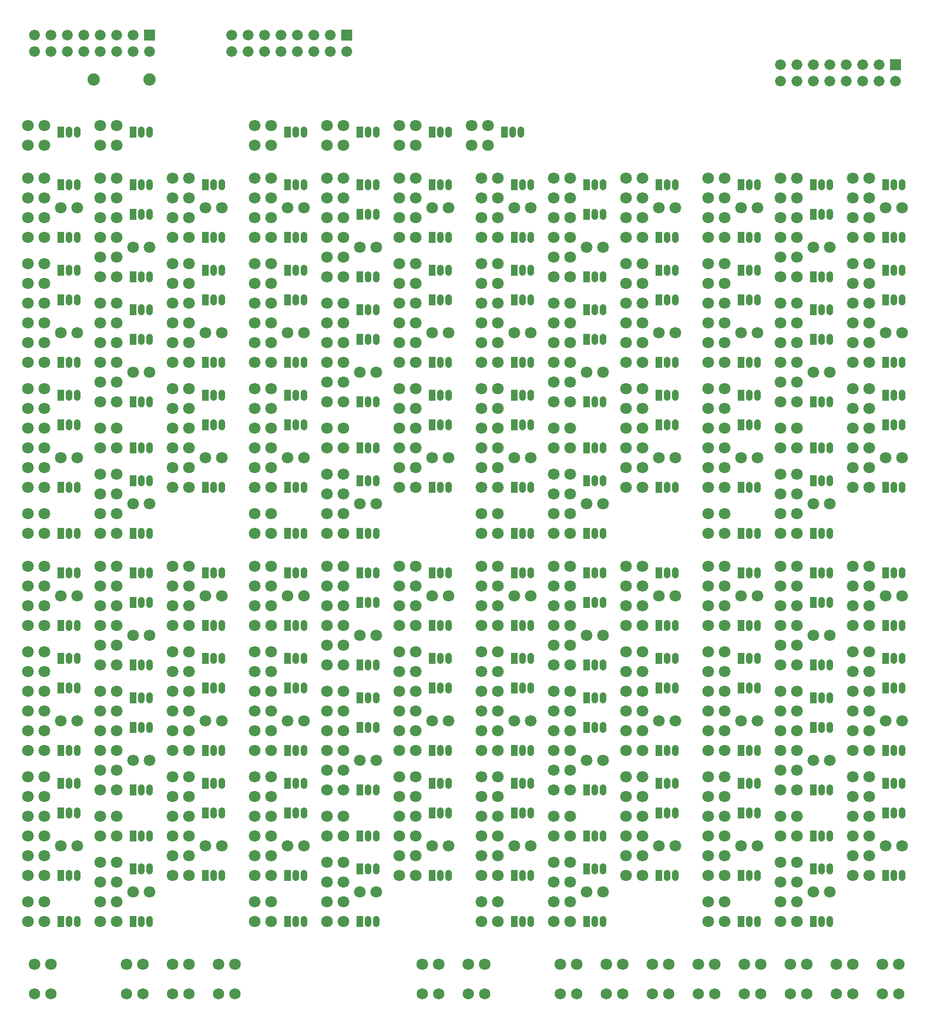
<source format=gbs>
G04 Layer: BottomSolderMaskLayer*
G04 EasyEDA v6.4.25, 2022-01-10T16:26:19+01:00*
G04 3749a40f64824c3dbcea27be4bf31307,bb3cfcbffc6840158e79d7648404357e,10*
G04 Gerber Generator version 0.2*
G04 Scale: 100 percent, Rotated: No, Reflected: No *
G04 Dimensions in millimeters *
G04 leading zeros omitted , absolute positions ,4 integer and 5 decimal *
%FSLAX45Y45*%
%MOMM*%

%ADD26C,1.0016*%
%ADD27C,1.8032*%
%ADD28C,1.7526*%
%ADD29C,1.9016*%
%ADD30C,1.6764*%

%LPD*%
D26*
X1879600Y14004998D02*
G01*
X1879600Y13934998D01*
X2006600Y14004998D02*
G01*
X2006600Y13934998D01*
X2997200Y14004998D02*
G01*
X2997200Y13934998D01*
X3124200Y14004998D02*
G01*
X3124200Y13934998D01*
X1879600Y13192173D02*
G01*
X1879600Y13122173D01*
X2006600Y13192173D02*
G01*
X2006600Y13122173D01*
X1879600Y12379398D02*
G01*
X1879600Y12309398D01*
X2006600Y12379398D02*
G01*
X2006600Y12309398D01*
X1879600Y11871373D02*
G01*
X1879600Y11801373D01*
X2006600Y11871373D02*
G01*
X2006600Y11801373D01*
X1879600Y11414198D02*
G01*
X1879600Y11344198D01*
X2006600Y11414198D02*
G01*
X2006600Y11344198D01*
X1879600Y10448998D02*
G01*
X1879600Y10378998D01*
X2006600Y10448998D02*
G01*
X2006600Y10378998D01*
X1879600Y9940973D02*
G01*
X1879600Y9870973D01*
X2006600Y9940973D02*
G01*
X2006600Y9870973D01*
X1879600Y9483798D02*
G01*
X1879600Y9413798D01*
X2006600Y9483798D02*
G01*
X2006600Y9413798D01*
X1879600Y8518598D02*
G01*
X1879600Y8448598D01*
X2006600Y8518598D02*
G01*
X2006600Y8448598D01*
X1879600Y7807398D02*
G01*
X1879600Y7737398D01*
X2006600Y7807398D02*
G01*
X2006600Y7737398D01*
X2997200Y13192173D02*
G01*
X2997200Y13122173D01*
X3124200Y13192173D02*
G01*
X3124200Y13122173D01*
X2997200Y12734998D02*
G01*
X2997200Y12664998D01*
X3124200Y12734998D02*
G01*
X3124200Y12664998D01*
X2997200Y11769798D02*
G01*
X2997200Y11699798D01*
X3124200Y11769798D02*
G01*
X3124200Y11699798D01*
X4114800Y13192198D02*
G01*
X4114800Y13122198D01*
X4241800Y13192198D02*
G01*
X4241800Y13122198D01*
X4114800Y12379398D02*
G01*
X4114800Y12309398D01*
X4241800Y12379398D02*
G01*
X4241800Y12309398D01*
X2997200Y11261773D02*
G01*
X2997200Y11191773D01*
X3124200Y11261773D02*
G01*
X3124200Y11191773D01*
X2997200Y10804598D02*
G01*
X2997200Y10734598D01*
X3124200Y10804598D02*
G01*
X3124200Y10734598D01*
X2997200Y9839398D02*
G01*
X2997200Y9769398D01*
X3124200Y9839398D02*
G01*
X3124200Y9769398D01*
X2997200Y9128198D02*
G01*
X2997200Y9058198D01*
X3124200Y9128198D02*
G01*
X3124200Y9058198D01*
X4114800Y11871373D02*
G01*
X4114800Y11801373D01*
X4241800Y11871373D02*
G01*
X4241800Y11801373D01*
X4114800Y11414198D02*
G01*
X4114800Y11344198D01*
X4241800Y11414198D02*
G01*
X4241800Y11344198D01*
X4114800Y10448998D02*
G01*
X4114800Y10378998D01*
X4241800Y10448998D02*
G01*
X4241800Y10378998D01*
X2997200Y8620173D02*
G01*
X2997200Y8550173D01*
X3124200Y8620173D02*
G01*
X3124200Y8550173D01*
X2997200Y7807398D02*
G01*
X2997200Y7737398D01*
X3124200Y7807398D02*
G01*
X3124200Y7737398D01*
X4114825Y9940998D02*
G01*
X4114825Y9870998D01*
X4241825Y9940998D02*
G01*
X4241825Y9870998D01*
X4114800Y9483798D02*
G01*
X4114800Y9413798D01*
X4241800Y9483798D02*
G01*
X4241800Y9413798D01*
X4114800Y8518598D02*
G01*
X4114800Y8448598D01*
X4241800Y8518598D02*
G01*
X4241800Y8448598D01*
X5384800Y13192198D02*
G01*
X5384800Y13122198D01*
X5511800Y13192198D02*
G01*
X5511800Y13122198D01*
X5384800Y12379398D02*
G01*
X5384800Y12309398D01*
X5511800Y12379398D02*
G01*
X5511800Y12309398D01*
X5384800Y11871398D02*
G01*
X5384800Y11801398D01*
X5511800Y11871398D02*
G01*
X5511800Y11801398D01*
X5384800Y11414198D02*
G01*
X5384800Y11344198D01*
X5511800Y11414198D02*
G01*
X5511800Y11344198D01*
X5384800Y10448998D02*
G01*
X5384800Y10378998D01*
X5511800Y10448998D02*
G01*
X5511800Y10378998D01*
X5384800Y9940998D02*
G01*
X5384800Y9870998D01*
X5511800Y9940998D02*
G01*
X5511800Y9870998D01*
X5384800Y9483798D02*
G01*
X5384800Y9413798D01*
X5511800Y9483798D02*
G01*
X5511800Y9413798D01*
X5384800Y8518598D02*
G01*
X5384800Y8448598D01*
X5511800Y8518598D02*
G01*
X5511800Y8448598D01*
X5384800Y7807398D02*
G01*
X5384800Y7737398D01*
X5511800Y7807398D02*
G01*
X5511800Y7737398D01*
X6502400Y13192198D02*
G01*
X6502400Y13122198D01*
X6629400Y13192198D02*
G01*
X6629400Y13122198D01*
X6502400Y12734998D02*
G01*
X6502400Y12664998D01*
X6629400Y12734998D02*
G01*
X6629400Y12664998D01*
X6502400Y11769798D02*
G01*
X6502400Y11699798D01*
X6629400Y11769798D02*
G01*
X6629400Y11699798D01*
X7620000Y13192198D02*
G01*
X7620000Y13122198D01*
X7747000Y13192198D02*
G01*
X7747000Y13122198D01*
X7620000Y12379398D02*
G01*
X7620000Y12309398D01*
X7747000Y12379398D02*
G01*
X7747000Y12309398D01*
X6502400Y11261798D02*
G01*
X6502400Y11191798D01*
X6629400Y11261798D02*
G01*
X6629400Y11191798D01*
X6502400Y10804598D02*
G01*
X6502400Y10734598D01*
X6629400Y10804598D02*
G01*
X6629400Y10734598D01*
X6502400Y9839398D02*
G01*
X6502400Y9769398D01*
X6629400Y9839398D02*
G01*
X6629400Y9769398D01*
X6502400Y9128198D02*
G01*
X6502400Y9058198D01*
X6629400Y9128198D02*
G01*
X6629400Y9058198D01*
X7620000Y11871398D02*
G01*
X7620000Y11801398D01*
X7747000Y11871398D02*
G01*
X7747000Y11801398D01*
X7620000Y11414198D02*
G01*
X7620000Y11344198D01*
X7747000Y11414198D02*
G01*
X7747000Y11344198D01*
X7620000Y10448998D02*
G01*
X7620000Y10378998D01*
X7747000Y10448998D02*
G01*
X7747000Y10378998D01*
X6502400Y8620198D02*
G01*
X6502400Y8550198D01*
X6629400Y8620198D02*
G01*
X6629400Y8550198D01*
X6502400Y7807398D02*
G01*
X6502400Y7737398D01*
X6629400Y7807398D02*
G01*
X6629400Y7737398D01*
X7620000Y9940998D02*
G01*
X7620000Y9870998D01*
X7747000Y9940998D02*
G01*
X7747000Y9870998D01*
X7620000Y9483798D02*
G01*
X7620000Y9413798D01*
X7747000Y9483798D02*
G01*
X7747000Y9413798D01*
X7620000Y8518598D02*
G01*
X7620000Y8448598D01*
X7747000Y8518598D02*
G01*
X7747000Y8448598D01*
X8890000Y13192198D02*
G01*
X8890000Y13122198D01*
X9017000Y13192198D02*
G01*
X9017000Y13122198D01*
X8890000Y12379398D02*
G01*
X8890000Y12309398D01*
X9017000Y12379398D02*
G01*
X9017000Y12309398D01*
X8890000Y11871398D02*
G01*
X8890000Y11801398D01*
X9017000Y11871398D02*
G01*
X9017000Y11801398D01*
X8890000Y11414198D02*
G01*
X8890000Y11344198D01*
X9017000Y11414198D02*
G01*
X9017000Y11344198D01*
X8890000Y10448998D02*
G01*
X8890000Y10378998D01*
X9017000Y10448998D02*
G01*
X9017000Y10378998D01*
X8890000Y9940998D02*
G01*
X8890000Y9870998D01*
X9017000Y9940998D02*
G01*
X9017000Y9870998D01*
X8890000Y9483798D02*
G01*
X8890000Y9413798D01*
X9017000Y9483798D02*
G01*
X9017000Y9413798D01*
X8890000Y8518598D02*
G01*
X8890000Y8448598D01*
X9017000Y8518598D02*
G01*
X9017000Y8448598D01*
X8890000Y7807398D02*
G01*
X8890000Y7737398D01*
X9017000Y7807398D02*
G01*
X9017000Y7737398D01*
X10007600Y13192198D02*
G01*
X10007600Y13122198D01*
X10134600Y13192198D02*
G01*
X10134600Y13122198D01*
X10007600Y12734998D02*
G01*
X10007600Y12664998D01*
X10134600Y12734998D02*
G01*
X10134600Y12664998D01*
X10007600Y11769798D02*
G01*
X10007600Y11699798D01*
X10134600Y11769798D02*
G01*
X10134600Y11699798D01*
X11125200Y13192198D02*
G01*
X11125200Y13122198D01*
X11252200Y13192198D02*
G01*
X11252200Y13122198D01*
X11125200Y12379398D02*
G01*
X11125200Y12309398D01*
X11252200Y12379398D02*
G01*
X11252200Y12309398D01*
X10007600Y11261798D02*
G01*
X10007600Y11191798D01*
X10134600Y11261798D02*
G01*
X10134600Y11191798D01*
X10007600Y10804598D02*
G01*
X10007600Y10734598D01*
X10134600Y10804598D02*
G01*
X10134600Y10734598D01*
X10007600Y9839398D02*
G01*
X10007600Y9769398D01*
X10134600Y9839398D02*
G01*
X10134600Y9769398D01*
X10007600Y9128198D02*
G01*
X10007600Y9058198D01*
X10134600Y9128198D02*
G01*
X10134600Y9058198D01*
X11125200Y11871398D02*
G01*
X11125200Y11801398D01*
X11252200Y11871398D02*
G01*
X11252200Y11801398D01*
X11125200Y11414198D02*
G01*
X11125200Y11344198D01*
X11252200Y11414198D02*
G01*
X11252200Y11344198D01*
X11125200Y10448998D02*
G01*
X11125200Y10378998D01*
X11252200Y10448998D02*
G01*
X11252200Y10378998D01*
X10007600Y8620198D02*
G01*
X10007600Y8550198D01*
X10134600Y8620198D02*
G01*
X10134600Y8550198D01*
X10007600Y7807398D02*
G01*
X10007600Y7737398D01*
X10134600Y7807398D02*
G01*
X10134600Y7737398D01*
X11125200Y9940998D02*
G01*
X11125200Y9870998D01*
X11252200Y9940998D02*
G01*
X11252200Y9870998D01*
X11125200Y9483798D02*
G01*
X11125200Y9413798D01*
X11252200Y9483798D02*
G01*
X11252200Y9413798D01*
X11125200Y8518598D02*
G01*
X11125200Y8448598D01*
X11252200Y8518598D02*
G01*
X11252200Y8448598D01*
X12395200Y13192198D02*
G01*
X12395200Y13122198D01*
X12522200Y13192198D02*
G01*
X12522200Y13122198D01*
X12395200Y12379398D02*
G01*
X12395200Y12309398D01*
X12522200Y12379398D02*
G01*
X12522200Y12309398D01*
X12395200Y11871398D02*
G01*
X12395200Y11801398D01*
X12522200Y11871398D02*
G01*
X12522200Y11801398D01*
X12395200Y11414198D02*
G01*
X12395200Y11344198D01*
X12522200Y11414198D02*
G01*
X12522200Y11344198D01*
X12395200Y10448998D02*
G01*
X12395200Y10378998D01*
X12522200Y10448998D02*
G01*
X12522200Y10378998D01*
X12395200Y9940998D02*
G01*
X12395200Y9870998D01*
X12522200Y9940998D02*
G01*
X12522200Y9870998D01*
X12395200Y9483798D02*
G01*
X12395200Y9413798D01*
X12522200Y9483798D02*
G01*
X12522200Y9413798D01*
X12395200Y8518598D02*
G01*
X12395200Y8448598D01*
X12522200Y8518598D02*
G01*
X12522200Y8448598D01*
X12395200Y7807398D02*
G01*
X12395200Y7737398D01*
X12522200Y7807398D02*
G01*
X12522200Y7737398D01*
X13512800Y13192198D02*
G01*
X13512800Y13122198D01*
X13639800Y13192198D02*
G01*
X13639800Y13122198D01*
X13512800Y12734998D02*
G01*
X13512800Y12664998D01*
X13639800Y12734998D02*
G01*
X13639800Y12664998D01*
X13512800Y11769798D02*
G01*
X13512800Y11699798D01*
X13639800Y11769798D02*
G01*
X13639800Y11699798D01*
X14630400Y13192198D02*
G01*
X14630400Y13122198D01*
X14757400Y13192198D02*
G01*
X14757400Y13122198D01*
X14630400Y12379398D02*
G01*
X14630400Y12309398D01*
X14757400Y12379398D02*
G01*
X14757400Y12309398D01*
X13512800Y11261798D02*
G01*
X13512800Y11191798D01*
X13639800Y11261798D02*
G01*
X13639800Y11191798D01*
X13512800Y10804598D02*
G01*
X13512800Y10734598D01*
X13639800Y10804598D02*
G01*
X13639800Y10734598D01*
X13512800Y9839398D02*
G01*
X13512800Y9769398D01*
X13639800Y9839398D02*
G01*
X13639800Y9769398D01*
X13512800Y9128198D02*
G01*
X13512800Y9058198D01*
X13639800Y9128198D02*
G01*
X13639800Y9058198D01*
X14630400Y11871398D02*
G01*
X14630400Y11801398D01*
X14757400Y11871398D02*
G01*
X14757400Y11801398D01*
X14630400Y11414198D02*
G01*
X14630400Y11344198D01*
X14757400Y11414198D02*
G01*
X14757400Y11344198D01*
X14630400Y10448998D02*
G01*
X14630400Y10378998D01*
X14757400Y10448998D02*
G01*
X14757400Y10378998D01*
X13512800Y8620198D02*
G01*
X13512800Y8550198D01*
X13639800Y8620198D02*
G01*
X13639800Y8550198D01*
X13512800Y7807398D02*
G01*
X13512800Y7737398D01*
X13639800Y7807398D02*
G01*
X13639800Y7737398D01*
X14630400Y9940998D02*
G01*
X14630400Y9870998D01*
X14757400Y9940998D02*
G01*
X14757400Y9870998D01*
X14630400Y9483798D02*
G01*
X14630400Y9413798D01*
X14757400Y9483798D02*
G01*
X14757400Y9413798D01*
X14630400Y8518598D02*
G01*
X14630400Y8448598D01*
X14757400Y8518598D02*
G01*
X14757400Y8448598D01*
X1879600Y7197798D02*
G01*
X1879600Y7127798D01*
X2006600Y7197798D02*
G01*
X2006600Y7127798D01*
X1879600Y6384998D02*
G01*
X1879600Y6314998D01*
X2006600Y6384998D02*
G01*
X2006600Y6314998D01*
X1879600Y5876998D02*
G01*
X1879600Y5806998D01*
X2006600Y5876998D02*
G01*
X2006600Y5806998D01*
X1879600Y5419798D02*
G01*
X1879600Y5349798D01*
X2006600Y5419798D02*
G01*
X2006600Y5349798D01*
X1879600Y4454598D02*
G01*
X1879600Y4384598D01*
X2006600Y4454598D02*
G01*
X2006600Y4384598D01*
X1879600Y3946598D02*
G01*
X1879600Y3876598D01*
X2006600Y3946598D02*
G01*
X2006600Y3876598D01*
X1879600Y3489398D02*
G01*
X1879600Y3419398D01*
X2006600Y3489398D02*
G01*
X2006600Y3419398D01*
X1879600Y2524198D02*
G01*
X1879600Y2454198D01*
X2006600Y2524198D02*
G01*
X2006600Y2454198D01*
X1879600Y1812998D02*
G01*
X1879600Y1742998D01*
X2006600Y1812998D02*
G01*
X2006600Y1742998D01*
X2997200Y7197798D02*
G01*
X2997200Y7127798D01*
X3124200Y7197798D02*
G01*
X3124200Y7127798D01*
X2997200Y6740598D02*
G01*
X2997200Y6670598D01*
X3124200Y6740598D02*
G01*
X3124200Y6670598D01*
X2997200Y5775398D02*
G01*
X2997200Y5705398D01*
X3124200Y5775398D02*
G01*
X3124200Y5705398D01*
X4114800Y7197798D02*
G01*
X4114800Y7127798D01*
X4241800Y7197798D02*
G01*
X4241800Y7127798D01*
X4114800Y6384998D02*
G01*
X4114800Y6314998D01*
X4241800Y6384998D02*
G01*
X4241800Y6314998D01*
X2997200Y5267398D02*
G01*
X2997200Y5197398D01*
X3124200Y5267398D02*
G01*
X3124200Y5197398D01*
X2997200Y4810198D02*
G01*
X2997200Y4740198D01*
X3124200Y4810198D02*
G01*
X3124200Y4740198D01*
X2997200Y3844998D02*
G01*
X2997200Y3774998D01*
X3124200Y3844998D02*
G01*
X3124200Y3774998D01*
X2997200Y3133798D02*
G01*
X2997200Y3063798D01*
X3124200Y3133798D02*
G01*
X3124200Y3063798D01*
X4114800Y5876998D02*
G01*
X4114800Y5806998D01*
X4241800Y5876998D02*
G01*
X4241800Y5806998D01*
X4114800Y5419798D02*
G01*
X4114800Y5349798D01*
X4241800Y5419798D02*
G01*
X4241800Y5349798D01*
X4114800Y4454598D02*
G01*
X4114800Y4384598D01*
X4241800Y4454598D02*
G01*
X4241800Y4384598D01*
X2997200Y2625798D02*
G01*
X2997200Y2555798D01*
X3124200Y2625798D02*
G01*
X3124200Y2555798D01*
X2997200Y1812998D02*
G01*
X2997200Y1742998D01*
X3124200Y1812998D02*
G01*
X3124200Y1742998D01*
X4114800Y3946598D02*
G01*
X4114800Y3876598D01*
X4241800Y3946598D02*
G01*
X4241800Y3876598D01*
X4114800Y3489398D02*
G01*
X4114800Y3419398D01*
X4241800Y3489398D02*
G01*
X4241800Y3419398D01*
X4114800Y2524198D02*
G01*
X4114800Y2454198D01*
X4241800Y2524198D02*
G01*
X4241800Y2454198D01*
X5384800Y7197798D02*
G01*
X5384800Y7127798D01*
X5511800Y7197798D02*
G01*
X5511800Y7127798D01*
X5384800Y6384998D02*
G01*
X5384800Y6314998D01*
X5511800Y6384998D02*
G01*
X5511800Y6314998D01*
X5384800Y5876998D02*
G01*
X5384800Y5806998D01*
X5511800Y5876998D02*
G01*
X5511800Y5806998D01*
X5384800Y5419798D02*
G01*
X5384800Y5349798D01*
X5511800Y5419798D02*
G01*
X5511800Y5349798D01*
X5384800Y4454598D02*
G01*
X5384800Y4384598D01*
X5511800Y4454598D02*
G01*
X5511800Y4384598D01*
X5384800Y3946598D02*
G01*
X5384800Y3876598D01*
X5511800Y3946598D02*
G01*
X5511800Y3876598D01*
X5384800Y3489398D02*
G01*
X5384800Y3419398D01*
X5511800Y3489398D02*
G01*
X5511800Y3419398D01*
X5384800Y2524198D02*
G01*
X5384800Y2454198D01*
X5511800Y2524198D02*
G01*
X5511800Y2454198D01*
X5384800Y1812998D02*
G01*
X5384800Y1742998D01*
X5511800Y1812998D02*
G01*
X5511800Y1742998D01*
X6502400Y7197798D02*
G01*
X6502400Y7127798D01*
X6629400Y7197798D02*
G01*
X6629400Y7127798D01*
X6502400Y6740598D02*
G01*
X6502400Y6670598D01*
X6629400Y6740598D02*
G01*
X6629400Y6670598D01*
X6502400Y5775398D02*
G01*
X6502400Y5705398D01*
X6629400Y5775398D02*
G01*
X6629400Y5705398D01*
X7620000Y7197798D02*
G01*
X7620000Y7127798D01*
X7747000Y7197798D02*
G01*
X7747000Y7127798D01*
X7620000Y6384998D02*
G01*
X7620000Y6314998D01*
X7747000Y6384998D02*
G01*
X7747000Y6314998D01*
X6502400Y5267398D02*
G01*
X6502400Y5197398D01*
X6629400Y5267398D02*
G01*
X6629400Y5197398D01*
X6502400Y4810198D02*
G01*
X6502400Y4740198D01*
X6629400Y4810198D02*
G01*
X6629400Y4740198D01*
X6502400Y3844998D02*
G01*
X6502400Y3774998D01*
X6629400Y3844998D02*
G01*
X6629400Y3774998D01*
X6502400Y3133798D02*
G01*
X6502400Y3063798D01*
X6629400Y3133798D02*
G01*
X6629400Y3063798D01*
X7620000Y5876998D02*
G01*
X7620000Y5806998D01*
X7747000Y5876998D02*
G01*
X7747000Y5806998D01*
X7620000Y5419798D02*
G01*
X7620000Y5349798D01*
X7747000Y5419798D02*
G01*
X7747000Y5349798D01*
X7620000Y4454598D02*
G01*
X7620000Y4384598D01*
X7747000Y4454598D02*
G01*
X7747000Y4384598D01*
X6502400Y2625798D02*
G01*
X6502400Y2555798D01*
X6629400Y2625798D02*
G01*
X6629400Y2555798D01*
X6502400Y1812998D02*
G01*
X6502400Y1742998D01*
X6629400Y1812998D02*
G01*
X6629400Y1742998D01*
X7620000Y3946598D02*
G01*
X7620000Y3876598D01*
X7747000Y3946598D02*
G01*
X7747000Y3876598D01*
X7620000Y3489398D02*
G01*
X7620000Y3419398D01*
X7747000Y3489398D02*
G01*
X7747000Y3419398D01*
X7620000Y2524198D02*
G01*
X7620000Y2454198D01*
X7747000Y2524198D02*
G01*
X7747000Y2454198D01*
X8890000Y7197798D02*
G01*
X8890000Y7127798D01*
X9017000Y7197798D02*
G01*
X9017000Y7127798D01*
X8890000Y6384998D02*
G01*
X8890000Y6314998D01*
X9017000Y6384998D02*
G01*
X9017000Y6314998D01*
X8890000Y5876998D02*
G01*
X8890000Y5806998D01*
X9017000Y5876998D02*
G01*
X9017000Y5806998D01*
X8890000Y5419798D02*
G01*
X8890000Y5349798D01*
X9017000Y5419798D02*
G01*
X9017000Y5349798D01*
X8890000Y4454598D02*
G01*
X8890000Y4384598D01*
X9017000Y4454598D02*
G01*
X9017000Y4384598D01*
X8890000Y3946598D02*
G01*
X8890000Y3876598D01*
X9017000Y3946598D02*
G01*
X9017000Y3876598D01*
X8890000Y3489398D02*
G01*
X8890000Y3419398D01*
X9017000Y3489398D02*
G01*
X9017000Y3419398D01*
X8890000Y2524198D02*
G01*
X8890000Y2454198D01*
X9017000Y2524198D02*
G01*
X9017000Y2454198D01*
X8890000Y1812998D02*
G01*
X8890000Y1742998D01*
X9017000Y1812998D02*
G01*
X9017000Y1742998D01*
X10007600Y7197798D02*
G01*
X10007600Y7127798D01*
X10134600Y7197798D02*
G01*
X10134600Y7127798D01*
X10007600Y6740598D02*
G01*
X10007600Y6670598D01*
X10134600Y6740598D02*
G01*
X10134600Y6670598D01*
X10007600Y5775398D02*
G01*
X10007600Y5705398D01*
X10134600Y5775398D02*
G01*
X10134600Y5705398D01*
X11125200Y7197798D02*
G01*
X11125200Y7127798D01*
X11252200Y7197798D02*
G01*
X11252200Y7127798D01*
X11125200Y6384998D02*
G01*
X11125200Y6314998D01*
X11252200Y6384998D02*
G01*
X11252200Y6314998D01*
X10007600Y5267398D02*
G01*
X10007600Y5197398D01*
X10134600Y5267398D02*
G01*
X10134600Y5197398D01*
X10007600Y4810198D02*
G01*
X10007600Y4740198D01*
X10134600Y4810198D02*
G01*
X10134600Y4740198D01*
X10007600Y3844998D02*
G01*
X10007600Y3774998D01*
X10134600Y3844998D02*
G01*
X10134600Y3774998D01*
X10007600Y3133798D02*
G01*
X10007600Y3063798D01*
X10134600Y3133798D02*
G01*
X10134600Y3063798D01*
X11125200Y5876998D02*
G01*
X11125200Y5806998D01*
X11252200Y5876998D02*
G01*
X11252200Y5806998D01*
X11125200Y5419798D02*
G01*
X11125200Y5349798D01*
X11252200Y5419798D02*
G01*
X11252200Y5349798D01*
X11125200Y4454598D02*
G01*
X11125200Y4384598D01*
X11252200Y4454598D02*
G01*
X11252200Y4384598D01*
X10007600Y2625798D02*
G01*
X10007600Y2555798D01*
X10134600Y2625798D02*
G01*
X10134600Y2555798D01*
X10007600Y1812998D02*
G01*
X10007600Y1742998D01*
X10134600Y1812998D02*
G01*
X10134600Y1742998D01*
X11125200Y3946598D02*
G01*
X11125200Y3876598D01*
X11252200Y3946598D02*
G01*
X11252200Y3876598D01*
X11125200Y3489398D02*
G01*
X11125200Y3419398D01*
X11252200Y3489398D02*
G01*
X11252200Y3419398D01*
X11125200Y2524198D02*
G01*
X11125200Y2454198D01*
X11252200Y2524198D02*
G01*
X11252200Y2454198D01*
X12395200Y7197798D02*
G01*
X12395200Y7127798D01*
X12522200Y7197798D02*
G01*
X12522200Y7127798D01*
X12395200Y6384998D02*
G01*
X12395200Y6314998D01*
X12522200Y6384998D02*
G01*
X12522200Y6314998D01*
X12395200Y5876998D02*
G01*
X12395200Y5806998D01*
X12522200Y5876998D02*
G01*
X12522200Y5806998D01*
X12395200Y5419798D02*
G01*
X12395200Y5349798D01*
X12522200Y5419798D02*
G01*
X12522200Y5349798D01*
X12395200Y4454598D02*
G01*
X12395200Y4384598D01*
X12522200Y4454598D02*
G01*
X12522200Y4384598D01*
X12395200Y3946598D02*
G01*
X12395200Y3876598D01*
X12522200Y3946598D02*
G01*
X12522200Y3876598D01*
X12395200Y3489398D02*
G01*
X12395200Y3419398D01*
X12522200Y3489398D02*
G01*
X12522200Y3419398D01*
X12395200Y2524198D02*
G01*
X12395200Y2454198D01*
X12522200Y2524198D02*
G01*
X12522200Y2454198D01*
X12395200Y1812998D02*
G01*
X12395200Y1742998D01*
X12522200Y1812998D02*
G01*
X12522200Y1742998D01*
X13512800Y7197798D02*
G01*
X13512800Y7127798D01*
X13639800Y7197798D02*
G01*
X13639800Y7127798D01*
X13512800Y6740598D02*
G01*
X13512800Y6670598D01*
X13639800Y6740598D02*
G01*
X13639800Y6670598D01*
X13512800Y5775398D02*
G01*
X13512800Y5705398D01*
X13639800Y5775398D02*
G01*
X13639800Y5705398D01*
X14630400Y7197798D02*
G01*
X14630400Y7127798D01*
X14757400Y7197798D02*
G01*
X14757400Y7127798D01*
X14630400Y6384998D02*
G01*
X14630400Y6314998D01*
X14757400Y6384998D02*
G01*
X14757400Y6314998D01*
X13512800Y5267398D02*
G01*
X13512800Y5197398D01*
X13639800Y5267398D02*
G01*
X13639800Y5197398D01*
X13512800Y4810198D02*
G01*
X13512800Y4740198D01*
X13639800Y4810198D02*
G01*
X13639800Y4740198D01*
X13512800Y3844998D02*
G01*
X13512800Y3774998D01*
X13639800Y3844998D02*
G01*
X13639800Y3774998D01*
X13512800Y3133798D02*
G01*
X13512800Y3063798D01*
X13639800Y3133798D02*
G01*
X13639800Y3063798D01*
X14630400Y5876998D02*
G01*
X14630400Y5806998D01*
X14757400Y5876998D02*
G01*
X14757400Y5806998D01*
X14630400Y5419798D02*
G01*
X14630400Y5349798D01*
X14757400Y5419798D02*
G01*
X14757400Y5349798D01*
X14630400Y4454598D02*
G01*
X14630400Y4384598D01*
X14757400Y4454598D02*
G01*
X14757400Y4384598D01*
X13512800Y2625798D02*
G01*
X13512800Y2555798D01*
X13639800Y2625798D02*
G01*
X13639800Y2555798D01*
X13512800Y1812998D02*
G01*
X13512800Y1742998D01*
X13639800Y1812998D02*
G01*
X13639800Y1742998D01*
X14630400Y3946598D02*
G01*
X14630400Y3876598D01*
X14757400Y3946598D02*
G01*
X14757400Y3876598D01*
X14630400Y3489398D02*
G01*
X14630400Y3419398D01*
X14757400Y3489398D02*
G01*
X14757400Y3419398D01*
X14630400Y2524198D02*
G01*
X14630400Y2454198D01*
X14757400Y2524198D02*
G01*
X14757400Y2454198D01*
X5384800Y14004998D02*
G01*
X5384800Y13934998D01*
X5511800Y14004998D02*
G01*
X5511800Y13934998D01*
X6502400Y14004998D02*
G01*
X6502400Y13934998D01*
X6629400Y14004998D02*
G01*
X6629400Y13934998D01*
X7620000Y14004998D02*
G01*
X7620000Y13934998D01*
X7747000Y14004998D02*
G01*
X7747000Y13934998D01*
X8737600Y14004998D02*
G01*
X8737600Y13934998D01*
X8864600Y14004998D02*
G01*
X8864600Y13934998D01*
D27*
G01*
X1346047Y1117396D03*
G01*
X1600200Y1117600D03*
G01*
X4190847Y1117396D03*
G01*
X4445000Y1117600D03*
G01*
X3479647Y1117396D03*
G01*
X3733800Y1117600D03*
G01*
X2768447Y1117396D03*
G01*
X3022600Y1117600D03*
G01*
X8051647Y1117396D03*
G01*
X8305800Y1117600D03*
G01*
X7340447Y1117396D03*
G01*
X7594600Y1117600D03*
G01*
X14452447Y1117396D03*
G01*
X14706600Y1117600D03*
G01*
X13741247Y1117396D03*
G01*
X13995400Y1117600D03*
G01*
X13030047Y1117396D03*
G01*
X13284200Y1117600D03*
G01*
X12318847Y1117396D03*
G01*
X12573000Y1117600D03*
G01*
X11607647Y1117396D03*
G01*
X11861800Y1117600D03*
G01*
X10896447Y1117396D03*
G01*
X11150600Y1117600D03*
G01*
X10185247Y1117396D03*
G01*
X10439400Y1117600D03*
G01*
X9474047Y1117396D03*
G01*
X9728200Y1117600D03*
D28*
G01*
X3479800Y660349D03*
G01*
X3733800Y660349D03*
G01*
X4191000Y660349D03*
G01*
X4445000Y660349D03*
G01*
X8051800Y660400D03*
G01*
X8305800Y660400D03*
G01*
X2768600Y660400D03*
G01*
X3022600Y660400D03*
G01*
X7340600Y660400D03*
G01*
X7594600Y660400D03*
G01*
X1346200Y660400D03*
G01*
X1600200Y660400D03*
G01*
X14452600Y660400D03*
G01*
X14706600Y660400D03*
G01*
X13741400Y660400D03*
G01*
X13995400Y660400D03*
G01*
X13030200Y660400D03*
G01*
X13284200Y660400D03*
G01*
X12319000Y660400D03*
G01*
X12573000Y660400D03*
G01*
X11607800Y660400D03*
G01*
X11861800Y660400D03*
G01*
X10896600Y660400D03*
G01*
X11150600Y660400D03*
G01*
X10185400Y660400D03*
G01*
X10439400Y660400D03*
G01*
X9474200Y660400D03*
G01*
X9728200Y660400D03*
D29*
G01*
X2257399Y14782800D03*
G01*
X3127400Y14782800D03*
D30*
G01*
X4394200Y15214600D03*
G01*
X4394200Y15468600D03*
G01*
X4648200Y15214600D03*
G01*
X4648200Y15468600D03*
G01*
X4902200Y15214600D03*
G01*
X4902200Y15468600D03*
G01*
X5156200Y15214600D03*
G01*
X5156200Y15468600D03*
G01*
X5410200Y15214600D03*
G01*
X5410200Y15468600D03*
G01*
X5664200Y15214600D03*
G01*
X5664200Y15468600D03*
G01*
X5918200Y15214600D03*
G01*
X5918200Y15468600D03*
G01*
X6172200Y15214600D03*
G36*
X6088379Y15384779D02*
G01*
X6088379Y15552420D01*
X6256020Y15552420D01*
X6256020Y15384779D01*
G37*
G01*
X1346200Y15214600D03*
G01*
X1346200Y15468600D03*
G01*
X1600200Y15214600D03*
G01*
X1600200Y15468600D03*
G01*
X1854200Y15214600D03*
G01*
X1854200Y15468600D03*
G01*
X2108200Y15214600D03*
G01*
X2108200Y15468600D03*
G01*
X2362200Y15214600D03*
G01*
X2362200Y15468600D03*
G01*
X2616200Y15214600D03*
G01*
X2616200Y15468600D03*
G01*
X2870200Y15214600D03*
G01*
X2870200Y15468600D03*
G01*
X3124200Y15214600D03*
G36*
X3040379Y15384779D02*
G01*
X3040379Y15552420D01*
X3208020Y15552420D01*
X3208020Y15384779D01*
G37*
G01*
X12877800Y14757400D03*
G01*
X12877800Y15011400D03*
G01*
X13131800Y14757400D03*
G01*
X13131800Y15011400D03*
G01*
X13385800Y14757400D03*
G01*
X13385800Y15011400D03*
G01*
X13639800Y14757400D03*
G01*
X13639800Y15011400D03*
G01*
X13893800Y14757400D03*
G01*
X13893800Y15011400D03*
G01*
X14147800Y14757400D03*
G01*
X14147800Y15011400D03*
G01*
X14401800Y14757400D03*
G01*
X14401800Y15011400D03*
G01*
X14655800Y14757400D03*
G36*
X14571979Y14927579D02*
G01*
X14571979Y15095220D01*
X14739620Y15095220D01*
X14739620Y14927579D01*
G37*
G36*
X1702562Y13884910D02*
G01*
X1702562Y14055089D01*
X1802637Y14055089D01*
X1802637Y13884910D01*
G37*
G36*
X2820161Y13884910D02*
G01*
X2820161Y14055089D01*
X2920238Y14055089D01*
X2920238Y13884910D01*
G37*
G36*
X1702562Y13072110D02*
G01*
X1702562Y13242289D01*
X1802637Y13242289D01*
X1802637Y13072110D01*
G37*
G36*
X1702562Y12259310D02*
G01*
X1702562Y12429489D01*
X1802637Y12429489D01*
X1802637Y12259310D01*
G37*
G36*
X1702562Y11751310D02*
G01*
X1702562Y11921489D01*
X1802637Y11921489D01*
X1802637Y11751310D01*
G37*
G36*
X1702562Y11294110D02*
G01*
X1702562Y11464289D01*
X1802637Y11464289D01*
X1802637Y11294110D01*
G37*
G36*
X1702562Y10328910D02*
G01*
X1702562Y10499089D01*
X1802637Y10499089D01*
X1802637Y10328910D01*
G37*
G36*
X1702562Y9820910D02*
G01*
X1702562Y9991089D01*
X1802637Y9991089D01*
X1802637Y9820910D01*
G37*
G36*
X1702562Y9363710D02*
G01*
X1702562Y9533889D01*
X1802637Y9533889D01*
X1802637Y9363710D01*
G37*
G36*
X1702562Y8398510D02*
G01*
X1702562Y8568689D01*
X1802637Y8568689D01*
X1802637Y8398510D01*
G37*
G36*
X1702562Y7687310D02*
G01*
X1702562Y7857489D01*
X1802637Y7857489D01*
X1802637Y7687310D01*
G37*
G36*
X2820161Y13072110D02*
G01*
X2820161Y13242289D01*
X2920238Y13242289D01*
X2920238Y13072110D01*
G37*
G36*
X2820161Y12614910D02*
G01*
X2820161Y12785089D01*
X2920238Y12785089D01*
X2920238Y12614910D01*
G37*
G36*
X2820161Y11649710D02*
G01*
X2820161Y11819889D01*
X2920238Y11819889D01*
X2920238Y11649710D01*
G37*
G36*
X3937761Y13072110D02*
G01*
X3937761Y13242289D01*
X4037838Y13242289D01*
X4037838Y13072110D01*
G37*
G36*
X3937761Y12259310D02*
G01*
X3937761Y12429489D01*
X4037838Y12429489D01*
X4037838Y12259310D01*
G37*
G36*
X2820161Y11141710D02*
G01*
X2820161Y11311889D01*
X2920238Y11311889D01*
X2920238Y11141710D01*
G37*
G36*
X2820161Y10684510D02*
G01*
X2820161Y10854689D01*
X2920238Y10854689D01*
X2920238Y10684510D01*
G37*
G36*
X2820161Y9719310D02*
G01*
X2820161Y9889489D01*
X2920238Y9889489D01*
X2920238Y9719310D01*
G37*
G36*
X2820161Y9008110D02*
G01*
X2820161Y9178289D01*
X2920238Y9178289D01*
X2920238Y9008110D01*
G37*
G36*
X3937761Y11751310D02*
G01*
X3937761Y11921489D01*
X4037838Y11921489D01*
X4037838Y11751310D01*
G37*
G36*
X3937761Y11294110D02*
G01*
X3937761Y11464289D01*
X4037838Y11464289D01*
X4037838Y11294110D01*
G37*
G36*
X3937761Y10328910D02*
G01*
X3937761Y10499089D01*
X4037838Y10499089D01*
X4037838Y10328910D01*
G37*
G36*
X2820161Y8500110D02*
G01*
X2820161Y8670289D01*
X2920238Y8670289D01*
X2920238Y8500110D01*
G37*
G36*
X2820161Y7687310D02*
G01*
X2820161Y7857489D01*
X2920238Y7857489D01*
X2920238Y7687310D01*
G37*
G36*
X3937761Y9820910D02*
G01*
X3937761Y9991089D01*
X4037838Y9991089D01*
X4037838Y9820910D01*
G37*
G36*
X3937761Y9363710D02*
G01*
X3937761Y9533889D01*
X4037838Y9533889D01*
X4037838Y9363710D01*
G37*
G36*
X3937761Y8398510D02*
G01*
X3937761Y8568689D01*
X4037838Y8568689D01*
X4037838Y8398510D01*
G37*
G36*
X5207761Y13072110D02*
G01*
X5207761Y13242289D01*
X5307838Y13242289D01*
X5307838Y13072110D01*
G37*
G36*
X5207761Y12259310D02*
G01*
X5207761Y12429489D01*
X5307838Y12429489D01*
X5307838Y12259310D01*
G37*
G36*
X5207761Y11751310D02*
G01*
X5207761Y11921489D01*
X5307838Y11921489D01*
X5307838Y11751310D01*
G37*
G36*
X5207761Y11294110D02*
G01*
X5207761Y11464289D01*
X5307838Y11464289D01*
X5307838Y11294110D01*
G37*
G36*
X5207761Y10328910D02*
G01*
X5207761Y10499089D01*
X5307838Y10499089D01*
X5307838Y10328910D01*
G37*
G36*
X5207761Y9820910D02*
G01*
X5207761Y9991089D01*
X5307838Y9991089D01*
X5307838Y9820910D01*
G37*
G36*
X5207761Y9363710D02*
G01*
X5207761Y9533889D01*
X5307838Y9533889D01*
X5307838Y9363710D01*
G37*
G36*
X5207761Y8398510D02*
G01*
X5207761Y8568689D01*
X5307838Y8568689D01*
X5307838Y8398510D01*
G37*
G36*
X5207761Y7687310D02*
G01*
X5207761Y7857489D01*
X5307838Y7857489D01*
X5307838Y7687310D01*
G37*
G36*
X6325361Y13072110D02*
G01*
X6325361Y13242289D01*
X6425438Y13242289D01*
X6425438Y13072110D01*
G37*
G36*
X6325361Y12614910D02*
G01*
X6325361Y12785089D01*
X6425438Y12785089D01*
X6425438Y12614910D01*
G37*
G36*
X6325361Y11649710D02*
G01*
X6325361Y11819889D01*
X6425438Y11819889D01*
X6425438Y11649710D01*
G37*
G36*
X7442961Y13072110D02*
G01*
X7442961Y13242289D01*
X7543038Y13242289D01*
X7543038Y13072110D01*
G37*
G36*
X7442961Y12259310D02*
G01*
X7442961Y12429489D01*
X7543038Y12429489D01*
X7543038Y12259310D01*
G37*
G36*
X6325361Y11141710D02*
G01*
X6325361Y11311889D01*
X6425438Y11311889D01*
X6425438Y11141710D01*
G37*
G36*
X6325361Y10684510D02*
G01*
X6325361Y10854689D01*
X6425438Y10854689D01*
X6425438Y10684510D01*
G37*
G36*
X6325361Y9719310D02*
G01*
X6325361Y9889489D01*
X6425438Y9889489D01*
X6425438Y9719310D01*
G37*
G36*
X6325361Y9008110D02*
G01*
X6325361Y9178289D01*
X6425438Y9178289D01*
X6425438Y9008110D01*
G37*
G36*
X7442961Y11751310D02*
G01*
X7442961Y11921489D01*
X7543038Y11921489D01*
X7543038Y11751310D01*
G37*
G36*
X7442961Y11294110D02*
G01*
X7442961Y11464289D01*
X7543038Y11464289D01*
X7543038Y11294110D01*
G37*
G36*
X7442961Y10328910D02*
G01*
X7442961Y10499089D01*
X7543038Y10499089D01*
X7543038Y10328910D01*
G37*
G36*
X6325361Y8500110D02*
G01*
X6325361Y8670289D01*
X6425438Y8670289D01*
X6425438Y8500110D01*
G37*
G36*
X6325361Y7687310D02*
G01*
X6325361Y7857489D01*
X6425438Y7857489D01*
X6425438Y7687310D01*
G37*
G36*
X7442961Y9820910D02*
G01*
X7442961Y9991089D01*
X7543038Y9991089D01*
X7543038Y9820910D01*
G37*
G36*
X7442961Y9363710D02*
G01*
X7442961Y9533889D01*
X7543038Y9533889D01*
X7543038Y9363710D01*
G37*
G36*
X7442961Y8398510D02*
G01*
X7442961Y8568689D01*
X7543038Y8568689D01*
X7543038Y8398510D01*
G37*
G36*
X8712961Y13072110D02*
G01*
X8712961Y13242289D01*
X8813038Y13242289D01*
X8813038Y13072110D01*
G37*
G36*
X8712961Y12259310D02*
G01*
X8712961Y12429489D01*
X8813038Y12429489D01*
X8813038Y12259310D01*
G37*
G36*
X8712961Y11751310D02*
G01*
X8712961Y11921489D01*
X8813038Y11921489D01*
X8813038Y11751310D01*
G37*
G36*
X8712961Y11294110D02*
G01*
X8712961Y11464289D01*
X8813038Y11464289D01*
X8813038Y11294110D01*
G37*
G36*
X8712961Y10328910D02*
G01*
X8712961Y10499089D01*
X8813038Y10499089D01*
X8813038Y10328910D01*
G37*
G36*
X8712961Y9820910D02*
G01*
X8712961Y9991089D01*
X8813038Y9991089D01*
X8813038Y9820910D01*
G37*
G36*
X8712961Y9363710D02*
G01*
X8712961Y9533889D01*
X8813038Y9533889D01*
X8813038Y9363710D01*
G37*
G36*
X8712961Y8398510D02*
G01*
X8712961Y8568689D01*
X8813038Y8568689D01*
X8813038Y8398510D01*
G37*
G36*
X8712961Y7687310D02*
G01*
X8712961Y7857489D01*
X8813038Y7857489D01*
X8813038Y7687310D01*
G37*
G36*
X9830561Y13072110D02*
G01*
X9830561Y13242289D01*
X9930638Y13242289D01*
X9930638Y13072110D01*
G37*
G36*
X9830561Y12614910D02*
G01*
X9830561Y12785089D01*
X9930638Y12785089D01*
X9930638Y12614910D01*
G37*
G36*
X9830561Y11649710D02*
G01*
X9830561Y11819889D01*
X9930638Y11819889D01*
X9930638Y11649710D01*
G37*
G36*
X10948161Y13072110D02*
G01*
X10948161Y13242289D01*
X11048238Y13242289D01*
X11048238Y13072110D01*
G37*
G36*
X10948161Y12259310D02*
G01*
X10948161Y12429489D01*
X11048238Y12429489D01*
X11048238Y12259310D01*
G37*
G36*
X9830561Y11141710D02*
G01*
X9830561Y11311889D01*
X9930638Y11311889D01*
X9930638Y11141710D01*
G37*
G36*
X9830561Y10684510D02*
G01*
X9830561Y10854689D01*
X9930638Y10854689D01*
X9930638Y10684510D01*
G37*
G36*
X9830561Y9719310D02*
G01*
X9830561Y9889489D01*
X9930638Y9889489D01*
X9930638Y9719310D01*
G37*
G36*
X9830561Y9008110D02*
G01*
X9830561Y9178289D01*
X9930638Y9178289D01*
X9930638Y9008110D01*
G37*
G36*
X10948161Y11751310D02*
G01*
X10948161Y11921489D01*
X11048238Y11921489D01*
X11048238Y11751310D01*
G37*
G36*
X10948161Y11294110D02*
G01*
X10948161Y11464289D01*
X11048238Y11464289D01*
X11048238Y11294110D01*
G37*
G36*
X10948161Y10328910D02*
G01*
X10948161Y10499089D01*
X11048238Y10499089D01*
X11048238Y10328910D01*
G37*
G36*
X9830561Y8500110D02*
G01*
X9830561Y8670289D01*
X9930638Y8670289D01*
X9930638Y8500110D01*
G37*
G36*
X9830561Y7687310D02*
G01*
X9830561Y7857489D01*
X9930638Y7857489D01*
X9930638Y7687310D01*
G37*
G36*
X10948161Y9820910D02*
G01*
X10948161Y9991089D01*
X11048238Y9991089D01*
X11048238Y9820910D01*
G37*
G36*
X10948161Y9363710D02*
G01*
X10948161Y9533889D01*
X11048238Y9533889D01*
X11048238Y9363710D01*
G37*
G36*
X10948161Y8398510D02*
G01*
X10948161Y8568689D01*
X11048238Y8568689D01*
X11048238Y8398510D01*
G37*
G36*
X12218161Y13072110D02*
G01*
X12218161Y13242289D01*
X12318238Y13242289D01*
X12318238Y13072110D01*
G37*
G36*
X12218161Y12259310D02*
G01*
X12218161Y12429489D01*
X12318238Y12429489D01*
X12318238Y12259310D01*
G37*
G36*
X12218161Y11751310D02*
G01*
X12218161Y11921489D01*
X12318238Y11921489D01*
X12318238Y11751310D01*
G37*
G36*
X12218161Y11294110D02*
G01*
X12218161Y11464289D01*
X12318238Y11464289D01*
X12318238Y11294110D01*
G37*
G36*
X12218161Y10328910D02*
G01*
X12218161Y10499089D01*
X12318238Y10499089D01*
X12318238Y10328910D01*
G37*
G36*
X12218161Y9820910D02*
G01*
X12218161Y9991089D01*
X12318238Y9991089D01*
X12318238Y9820910D01*
G37*
G36*
X12218161Y9363710D02*
G01*
X12218161Y9533889D01*
X12318238Y9533889D01*
X12318238Y9363710D01*
G37*
G36*
X12218161Y8398510D02*
G01*
X12218161Y8568689D01*
X12318238Y8568689D01*
X12318238Y8398510D01*
G37*
G36*
X12218161Y7687310D02*
G01*
X12218161Y7857489D01*
X12318238Y7857489D01*
X12318238Y7687310D01*
G37*
G36*
X13335761Y13072110D02*
G01*
X13335761Y13242289D01*
X13435838Y13242289D01*
X13435838Y13072110D01*
G37*
G36*
X13335761Y12614910D02*
G01*
X13335761Y12785089D01*
X13435838Y12785089D01*
X13435838Y12614910D01*
G37*
G36*
X13335761Y11649710D02*
G01*
X13335761Y11819889D01*
X13435838Y11819889D01*
X13435838Y11649710D01*
G37*
G36*
X14453361Y13072110D02*
G01*
X14453361Y13242289D01*
X14553438Y13242289D01*
X14553438Y13072110D01*
G37*
G36*
X14453361Y12259310D02*
G01*
X14453361Y12429489D01*
X14553438Y12429489D01*
X14553438Y12259310D01*
G37*
G36*
X13335761Y11141710D02*
G01*
X13335761Y11311889D01*
X13435838Y11311889D01*
X13435838Y11141710D01*
G37*
G36*
X13335761Y10684510D02*
G01*
X13335761Y10854689D01*
X13435838Y10854689D01*
X13435838Y10684510D01*
G37*
G36*
X13335761Y9719310D02*
G01*
X13335761Y9889489D01*
X13435838Y9889489D01*
X13435838Y9719310D01*
G37*
G36*
X13335761Y9008110D02*
G01*
X13335761Y9178289D01*
X13435838Y9178289D01*
X13435838Y9008110D01*
G37*
G36*
X14453361Y11751310D02*
G01*
X14453361Y11921489D01*
X14553438Y11921489D01*
X14553438Y11751310D01*
G37*
G36*
X14453361Y11294110D02*
G01*
X14453361Y11464289D01*
X14553438Y11464289D01*
X14553438Y11294110D01*
G37*
G36*
X14453361Y10328910D02*
G01*
X14453361Y10499089D01*
X14553438Y10499089D01*
X14553438Y10328910D01*
G37*
G36*
X13335761Y8500110D02*
G01*
X13335761Y8670289D01*
X13435838Y8670289D01*
X13435838Y8500110D01*
G37*
G36*
X13335761Y7687310D02*
G01*
X13335761Y7857489D01*
X13435838Y7857489D01*
X13435838Y7687310D01*
G37*
G36*
X14453361Y9820910D02*
G01*
X14453361Y9991089D01*
X14553438Y9991089D01*
X14553438Y9820910D01*
G37*
G36*
X14453361Y9363710D02*
G01*
X14453361Y9533889D01*
X14553438Y9533889D01*
X14553438Y9363710D01*
G37*
G36*
X14453361Y8398510D02*
G01*
X14453361Y8568689D01*
X14553438Y8568689D01*
X14553438Y8398510D01*
G37*
G36*
X1702562Y7077710D02*
G01*
X1702562Y7247889D01*
X1802637Y7247889D01*
X1802637Y7077710D01*
G37*
G36*
X1702562Y6264910D02*
G01*
X1702562Y6435089D01*
X1802637Y6435089D01*
X1802637Y6264910D01*
G37*
G36*
X1702562Y5756910D02*
G01*
X1702562Y5927089D01*
X1802637Y5927089D01*
X1802637Y5756910D01*
G37*
G36*
X1702562Y5299710D02*
G01*
X1702562Y5469889D01*
X1802637Y5469889D01*
X1802637Y5299710D01*
G37*
G36*
X1702562Y4334510D02*
G01*
X1702562Y4504689D01*
X1802637Y4504689D01*
X1802637Y4334510D01*
G37*
G36*
X1702562Y3826510D02*
G01*
X1702562Y3996689D01*
X1802637Y3996689D01*
X1802637Y3826510D01*
G37*
G36*
X1702562Y3369310D02*
G01*
X1702562Y3539489D01*
X1802637Y3539489D01*
X1802637Y3369310D01*
G37*
G36*
X1702562Y2404110D02*
G01*
X1702562Y2574289D01*
X1802637Y2574289D01*
X1802637Y2404110D01*
G37*
G36*
X1702562Y1692910D02*
G01*
X1702562Y1863089D01*
X1802637Y1863089D01*
X1802637Y1692910D01*
G37*
G36*
X2820161Y7077710D02*
G01*
X2820161Y7247889D01*
X2920238Y7247889D01*
X2920238Y7077710D01*
G37*
G36*
X2820161Y6620510D02*
G01*
X2820161Y6790689D01*
X2920238Y6790689D01*
X2920238Y6620510D01*
G37*
G36*
X2820161Y5655310D02*
G01*
X2820161Y5825489D01*
X2920238Y5825489D01*
X2920238Y5655310D01*
G37*
G36*
X3937761Y7077710D02*
G01*
X3937761Y7247889D01*
X4037838Y7247889D01*
X4037838Y7077710D01*
G37*
G36*
X3937761Y6264910D02*
G01*
X3937761Y6435089D01*
X4037838Y6435089D01*
X4037838Y6264910D01*
G37*
G36*
X2820161Y5147310D02*
G01*
X2820161Y5317489D01*
X2920238Y5317489D01*
X2920238Y5147310D01*
G37*
G36*
X2820161Y4690110D02*
G01*
X2820161Y4860289D01*
X2920238Y4860289D01*
X2920238Y4690110D01*
G37*
G36*
X2820161Y3724910D02*
G01*
X2820161Y3895089D01*
X2920238Y3895089D01*
X2920238Y3724910D01*
G37*
G36*
X2820161Y3013710D02*
G01*
X2820161Y3183889D01*
X2920238Y3183889D01*
X2920238Y3013710D01*
G37*
G36*
X3937761Y5756910D02*
G01*
X3937761Y5927089D01*
X4037838Y5927089D01*
X4037838Y5756910D01*
G37*
G36*
X3937761Y5299710D02*
G01*
X3937761Y5469889D01*
X4037838Y5469889D01*
X4037838Y5299710D01*
G37*
G36*
X3937761Y4334510D02*
G01*
X3937761Y4504689D01*
X4037838Y4504689D01*
X4037838Y4334510D01*
G37*
G36*
X2820161Y2505710D02*
G01*
X2820161Y2675889D01*
X2920238Y2675889D01*
X2920238Y2505710D01*
G37*
G36*
X2820161Y1692910D02*
G01*
X2820161Y1863089D01*
X2920238Y1863089D01*
X2920238Y1692910D01*
G37*
G36*
X3937761Y3826510D02*
G01*
X3937761Y3996689D01*
X4037838Y3996689D01*
X4037838Y3826510D01*
G37*
G36*
X3937761Y3369310D02*
G01*
X3937761Y3539489D01*
X4037838Y3539489D01*
X4037838Y3369310D01*
G37*
G36*
X3937761Y2404110D02*
G01*
X3937761Y2574289D01*
X4037838Y2574289D01*
X4037838Y2404110D01*
G37*
G36*
X5207761Y7077710D02*
G01*
X5207761Y7247889D01*
X5307838Y7247889D01*
X5307838Y7077710D01*
G37*
G36*
X5207761Y6264910D02*
G01*
X5207761Y6435089D01*
X5307838Y6435089D01*
X5307838Y6264910D01*
G37*
G36*
X5207761Y5756910D02*
G01*
X5207761Y5927089D01*
X5307838Y5927089D01*
X5307838Y5756910D01*
G37*
G36*
X5207761Y5299710D02*
G01*
X5207761Y5469889D01*
X5307838Y5469889D01*
X5307838Y5299710D01*
G37*
G36*
X5207761Y4334510D02*
G01*
X5207761Y4504689D01*
X5307838Y4504689D01*
X5307838Y4334510D01*
G37*
G36*
X5207761Y3826510D02*
G01*
X5207761Y3996689D01*
X5307838Y3996689D01*
X5307838Y3826510D01*
G37*
G36*
X5207761Y3369310D02*
G01*
X5207761Y3539489D01*
X5307838Y3539489D01*
X5307838Y3369310D01*
G37*
G36*
X5207761Y2404110D02*
G01*
X5207761Y2574289D01*
X5307838Y2574289D01*
X5307838Y2404110D01*
G37*
G36*
X5207761Y1692910D02*
G01*
X5207761Y1863089D01*
X5307838Y1863089D01*
X5307838Y1692910D01*
G37*
G36*
X6325361Y7077710D02*
G01*
X6325361Y7247889D01*
X6425438Y7247889D01*
X6425438Y7077710D01*
G37*
G36*
X6325361Y6620510D02*
G01*
X6325361Y6790689D01*
X6425438Y6790689D01*
X6425438Y6620510D01*
G37*
G36*
X6325361Y5655310D02*
G01*
X6325361Y5825489D01*
X6425438Y5825489D01*
X6425438Y5655310D01*
G37*
G36*
X7442961Y7077710D02*
G01*
X7442961Y7247889D01*
X7543038Y7247889D01*
X7543038Y7077710D01*
G37*
G36*
X7442961Y6264910D02*
G01*
X7442961Y6435089D01*
X7543038Y6435089D01*
X7543038Y6264910D01*
G37*
G36*
X6325361Y5147310D02*
G01*
X6325361Y5317489D01*
X6425438Y5317489D01*
X6425438Y5147310D01*
G37*
G36*
X6325361Y4690110D02*
G01*
X6325361Y4860289D01*
X6425438Y4860289D01*
X6425438Y4690110D01*
G37*
G36*
X6325361Y3724910D02*
G01*
X6325361Y3895089D01*
X6425438Y3895089D01*
X6425438Y3724910D01*
G37*
G36*
X6325361Y3013710D02*
G01*
X6325361Y3183889D01*
X6425438Y3183889D01*
X6425438Y3013710D01*
G37*
G36*
X7442961Y5756910D02*
G01*
X7442961Y5927089D01*
X7543038Y5927089D01*
X7543038Y5756910D01*
G37*
G36*
X7442961Y5299710D02*
G01*
X7442961Y5469889D01*
X7543038Y5469889D01*
X7543038Y5299710D01*
G37*
G36*
X7442961Y4334510D02*
G01*
X7442961Y4504689D01*
X7543038Y4504689D01*
X7543038Y4334510D01*
G37*
G36*
X6325361Y2505710D02*
G01*
X6325361Y2675889D01*
X6425438Y2675889D01*
X6425438Y2505710D01*
G37*
G36*
X6325361Y1692910D02*
G01*
X6325361Y1863089D01*
X6425438Y1863089D01*
X6425438Y1692910D01*
G37*
G36*
X7442961Y3826510D02*
G01*
X7442961Y3996689D01*
X7543038Y3996689D01*
X7543038Y3826510D01*
G37*
G36*
X7442961Y3369310D02*
G01*
X7442961Y3539489D01*
X7543038Y3539489D01*
X7543038Y3369310D01*
G37*
G36*
X7442961Y2404110D02*
G01*
X7442961Y2574289D01*
X7543038Y2574289D01*
X7543038Y2404110D01*
G37*
G36*
X8712961Y7077710D02*
G01*
X8712961Y7247889D01*
X8813038Y7247889D01*
X8813038Y7077710D01*
G37*
G36*
X8712961Y6264910D02*
G01*
X8712961Y6435089D01*
X8813038Y6435089D01*
X8813038Y6264910D01*
G37*
G36*
X8712961Y5756910D02*
G01*
X8712961Y5927089D01*
X8813038Y5927089D01*
X8813038Y5756910D01*
G37*
G36*
X8712961Y5299710D02*
G01*
X8712961Y5469889D01*
X8813038Y5469889D01*
X8813038Y5299710D01*
G37*
G36*
X8712961Y4334510D02*
G01*
X8712961Y4504689D01*
X8813038Y4504689D01*
X8813038Y4334510D01*
G37*
G36*
X8712961Y3826510D02*
G01*
X8712961Y3996689D01*
X8813038Y3996689D01*
X8813038Y3826510D01*
G37*
G36*
X8712961Y3369310D02*
G01*
X8712961Y3539489D01*
X8813038Y3539489D01*
X8813038Y3369310D01*
G37*
G36*
X8712961Y2404110D02*
G01*
X8712961Y2574289D01*
X8813038Y2574289D01*
X8813038Y2404110D01*
G37*
G36*
X8712961Y1692910D02*
G01*
X8712961Y1863089D01*
X8813038Y1863089D01*
X8813038Y1692910D01*
G37*
G36*
X9830561Y7077710D02*
G01*
X9830561Y7247889D01*
X9930638Y7247889D01*
X9930638Y7077710D01*
G37*
G36*
X9830561Y6620510D02*
G01*
X9830561Y6790689D01*
X9930638Y6790689D01*
X9930638Y6620510D01*
G37*
G36*
X9830561Y5655310D02*
G01*
X9830561Y5825489D01*
X9930638Y5825489D01*
X9930638Y5655310D01*
G37*
G36*
X10948161Y7077710D02*
G01*
X10948161Y7247889D01*
X11048238Y7247889D01*
X11048238Y7077710D01*
G37*
G36*
X10948161Y6264910D02*
G01*
X10948161Y6435089D01*
X11048238Y6435089D01*
X11048238Y6264910D01*
G37*
G36*
X9830561Y5147310D02*
G01*
X9830561Y5317489D01*
X9930638Y5317489D01*
X9930638Y5147310D01*
G37*
G36*
X9830561Y4690110D02*
G01*
X9830561Y4860289D01*
X9930638Y4860289D01*
X9930638Y4690110D01*
G37*
G36*
X9830561Y3724910D02*
G01*
X9830561Y3895089D01*
X9930638Y3895089D01*
X9930638Y3724910D01*
G37*
G36*
X9830561Y3013710D02*
G01*
X9830561Y3183889D01*
X9930638Y3183889D01*
X9930638Y3013710D01*
G37*
G36*
X10948161Y5756910D02*
G01*
X10948161Y5927089D01*
X11048238Y5927089D01*
X11048238Y5756910D01*
G37*
G36*
X10948161Y5299710D02*
G01*
X10948161Y5469889D01*
X11048238Y5469889D01*
X11048238Y5299710D01*
G37*
G36*
X10948161Y4334510D02*
G01*
X10948161Y4504689D01*
X11048238Y4504689D01*
X11048238Y4334510D01*
G37*
G36*
X9830561Y2505710D02*
G01*
X9830561Y2675889D01*
X9930638Y2675889D01*
X9930638Y2505710D01*
G37*
G36*
X9830561Y1692910D02*
G01*
X9830561Y1863089D01*
X9930638Y1863089D01*
X9930638Y1692910D01*
G37*
G36*
X10948161Y3826510D02*
G01*
X10948161Y3996689D01*
X11048238Y3996689D01*
X11048238Y3826510D01*
G37*
G36*
X10948161Y3369310D02*
G01*
X10948161Y3539489D01*
X11048238Y3539489D01*
X11048238Y3369310D01*
G37*
G36*
X10948161Y2404110D02*
G01*
X10948161Y2574289D01*
X11048238Y2574289D01*
X11048238Y2404110D01*
G37*
G36*
X12218161Y7077710D02*
G01*
X12218161Y7247889D01*
X12318238Y7247889D01*
X12318238Y7077710D01*
G37*
G36*
X12218161Y6264910D02*
G01*
X12218161Y6435089D01*
X12318238Y6435089D01*
X12318238Y6264910D01*
G37*
G36*
X12218161Y5756910D02*
G01*
X12218161Y5927089D01*
X12318238Y5927089D01*
X12318238Y5756910D01*
G37*
G36*
X12218161Y5299710D02*
G01*
X12218161Y5469889D01*
X12318238Y5469889D01*
X12318238Y5299710D01*
G37*
G36*
X12218161Y4334510D02*
G01*
X12218161Y4504689D01*
X12318238Y4504689D01*
X12318238Y4334510D01*
G37*
G36*
X12218161Y3826510D02*
G01*
X12218161Y3996689D01*
X12318238Y3996689D01*
X12318238Y3826510D01*
G37*
G36*
X12218161Y3369310D02*
G01*
X12218161Y3539489D01*
X12318238Y3539489D01*
X12318238Y3369310D01*
G37*
G36*
X12218161Y2404110D02*
G01*
X12218161Y2574289D01*
X12318238Y2574289D01*
X12318238Y2404110D01*
G37*
G36*
X12218161Y1692910D02*
G01*
X12218161Y1863089D01*
X12318238Y1863089D01*
X12318238Y1692910D01*
G37*
G36*
X13335761Y7077710D02*
G01*
X13335761Y7247889D01*
X13435838Y7247889D01*
X13435838Y7077710D01*
G37*
G36*
X13335761Y6620510D02*
G01*
X13335761Y6790689D01*
X13435838Y6790689D01*
X13435838Y6620510D01*
G37*
G36*
X13335761Y5655310D02*
G01*
X13335761Y5825489D01*
X13435838Y5825489D01*
X13435838Y5655310D01*
G37*
G36*
X14453361Y7077710D02*
G01*
X14453361Y7247889D01*
X14553438Y7247889D01*
X14553438Y7077710D01*
G37*
G36*
X14453361Y6264910D02*
G01*
X14453361Y6435089D01*
X14553438Y6435089D01*
X14553438Y6264910D01*
G37*
G36*
X13335761Y5147310D02*
G01*
X13335761Y5317489D01*
X13435838Y5317489D01*
X13435838Y5147310D01*
G37*
G36*
X13335761Y4690110D02*
G01*
X13335761Y4860289D01*
X13435838Y4860289D01*
X13435838Y4690110D01*
G37*
G36*
X13335761Y3724910D02*
G01*
X13335761Y3895089D01*
X13435838Y3895089D01*
X13435838Y3724910D01*
G37*
G36*
X13335761Y3013710D02*
G01*
X13335761Y3183889D01*
X13435838Y3183889D01*
X13435838Y3013710D01*
G37*
G36*
X14453361Y5756910D02*
G01*
X14453361Y5927089D01*
X14553438Y5927089D01*
X14553438Y5756910D01*
G37*
G36*
X14453361Y5299710D02*
G01*
X14453361Y5469889D01*
X14553438Y5469889D01*
X14553438Y5299710D01*
G37*
G36*
X14453361Y4334510D02*
G01*
X14453361Y4504689D01*
X14553438Y4504689D01*
X14553438Y4334510D01*
G37*
G36*
X13335761Y2505710D02*
G01*
X13335761Y2675889D01*
X13435838Y2675889D01*
X13435838Y2505710D01*
G37*
G36*
X13335761Y1692910D02*
G01*
X13335761Y1863089D01*
X13435838Y1863089D01*
X13435838Y1692910D01*
G37*
G36*
X14453361Y3826510D02*
G01*
X14453361Y3996689D01*
X14553438Y3996689D01*
X14553438Y3826510D01*
G37*
G36*
X14453361Y3369310D02*
G01*
X14453361Y3539489D01*
X14553438Y3539489D01*
X14553438Y3369310D01*
G37*
G36*
X14453361Y2404110D02*
G01*
X14453361Y2574289D01*
X14553438Y2574289D01*
X14553438Y2404110D01*
G37*
G36*
X5207761Y13884910D02*
G01*
X5207761Y14055089D01*
X5307838Y14055089D01*
X5307838Y13884910D01*
G37*
G36*
X6325361Y13884910D02*
G01*
X6325361Y14055089D01*
X6425438Y14055089D01*
X6425438Y13884910D01*
G37*
G36*
X7442961Y13884910D02*
G01*
X7442961Y14055089D01*
X7543038Y14055089D01*
X7543038Y13884910D01*
G37*
G36*
X8560561Y13884910D02*
G01*
X8560561Y14055089D01*
X8660638Y14055089D01*
X8660638Y13884910D01*
G37*
D27*
G01*
X1498752Y14071803D03*
G01*
X1244600Y14071600D03*
G01*
X1498752Y13767003D03*
G01*
X1244600Y13766800D03*
G01*
X2616352Y14071803D03*
G01*
X2362200Y14071600D03*
G01*
X2616352Y13767003D03*
G01*
X2362200Y13766800D03*
G01*
X1498752Y13259003D03*
G01*
X1244600Y13258800D03*
G01*
X1498752Y12954203D03*
G01*
X1244600Y12954000D03*
G01*
X2006752Y12801803D03*
G01*
X1752600Y12801600D03*
G01*
X1498752Y12649403D03*
G01*
X1244600Y12649200D03*
G01*
X1498752Y12344603D03*
G01*
X1244600Y12344400D03*
G01*
X1498752Y11938203D03*
G01*
X1244600Y11938000D03*
G01*
X1498752Y11633403D03*
G01*
X1244600Y11633200D03*
G01*
X1498752Y11328603D03*
G01*
X1244600Y11328400D03*
G01*
X1498752Y11023803D03*
G01*
X1244600Y11023600D03*
G01*
X1498752Y10719003D03*
G01*
X1244600Y10718800D03*
G01*
X1498752Y10414203D03*
G01*
X1244600Y10414000D03*
G01*
X2006752Y10871403D03*
G01*
X1752600Y10871200D03*
G01*
X1498752Y10007803D03*
G01*
X1244600Y10007600D03*
G01*
X1498752Y9703003D03*
G01*
X1244600Y9702800D03*
G01*
X1498752Y9398203D03*
G01*
X1244600Y9398000D03*
G01*
X1498752Y9093403D03*
G01*
X1244600Y9093200D03*
G01*
X1498752Y8788603D03*
G01*
X1244600Y8788400D03*
G01*
X1498752Y8483803D03*
G01*
X1244600Y8483600D03*
G01*
X2006752Y8941003D03*
G01*
X1752600Y8940800D03*
G01*
X1498752Y8077403D03*
G01*
X1244600Y8077200D03*
G01*
X1498752Y7772603D03*
G01*
X1244600Y7772400D03*
G01*
X2616352Y13259003D03*
G01*
X2362200Y13258800D03*
G01*
X2616352Y12954203D03*
G01*
X2362200Y12954000D03*
G01*
X2616352Y12649403D03*
G01*
X2362200Y12649200D03*
G01*
X2616352Y12344603D03*
G01*
X2362200Y12344400D03*
G01*
X2616352Y12039803D03*
G01*
X2362200Y12039600D03*
G01*
X2616352Y11735003D03*
G01*
X2362200Y11734800D03*
G01*
X3124352Y12192203D03*
G01*
X2870200Y12192000D03*
G01*
X3733952Y13259003D03*
G01*
X3479800Y13258800D03*
G01*
X3733952Y12954203D03*
G01*
X3479800Y12954000D03*
G01*
X4241952Y12801803D03*
G01*
X3987800Y12801600D03*
G01*
X3733952Y12649403D03*
G01*
X3479800Y12649200D03*
G01*
X3733952Y12344603D03*
G01*
X3479800Y12344400D03*
G01*
X2616352Y11328603D03*
G01*
X2362200Y11328400D03*
G01*
X2616352Y11023803D03*
G01*
X2362200Y11023600D03*
G01*
X2616352Y10719003D03*
G01*
X2362200Y10718800D03*
G01*
X2616352Y10414203D03*
G01*
X2362200Y10414000D03*
G01*
X2616352Y10109403D03*
G01*
X2362200Y10109200D03*
G01*
X2616352Y9804603D03*
G01*
X2362200Y9804400D03*
G01*
X3124352Y10261803D03*
G01*
X2870200Y10261600D03*
G01*
X2616352Y9398203D03*
G01*
X2362200Y9398000D03*
G01*
X2616352Y9093403D03*
G01*
X2362200Y9093200D03*
G01*
X3733952Y11938203D03*
G01*
X3479800Y11938000D03*
G01*
X3733952Y11633403D03*
G01*
X3479800Y11633200D03*
G01*
X3733952Y11328603D03*
G01*
X3479800Y11328400D03*
G01*
X3733952Y11023803D03*
G01*
X3479800Y11023600D03*
G01*
X3733952Y10719003D03*
G01*
X3479800Y10718800D03*
G01*
X3733952Y10414203D03*
G01*
X3479800Y10414000D03*
G01*
X4241952Y10871403D03*
G01*
X3987800Y10871200D03*
G01*
X2616352Y8687003D03*
G01*
X2362200Y8686800D03*
G01*
X2616352Y8382203D03*
G01*
X2362200Y8382000D03*
G01*
X3124352Y8229803D03*
G01*
X2870200Y8229600D03*
G01*
X2616352Y8077403D03*
G01*
X2362200Y8077200D03*
G01*
X2616352Y7772603D03*
G01*
X2362200Y7772400D03*
G01*
X3733952Y10007803D03*
G01*
X3479800Y10007600D03*
G01*
X3733952Y9703003D03*
G01*
X3479800Y9702800D03*
G01*
X3733952Y9398203D03*
G01*
X3479800Y9398000D03*
G01*
X3733952Y9093403D03*
G01*
X3479800Y9093200D03*
G01*
X3733952Y8788603D03*
G01*
X3479800Y8788400D03*
G01*
X3733952Y8483803D03*
G01*
X3479800Y8483600D03*
G01*
X4241977Y8941003D03*
G01*
X3987825Y8940800D03*
G01*
X5003952Y13259003D03*
G01*
X4749800Y13258800D03*
G01*
X5003952Y12954203D03*
G01*
X4749800Y12954000D03*
G01*
X5511952Y12801803D03*
G01*
X5257800Y12801600D03*
G01*
X5003952Y12649403D03*
G01*
X4749800Y12649200D03*
G01*
X5003952Y12344603D03*
G01*
X4749800Y12344400D03*
G01*
X5003952Y11938203D03*
G01*
X4749800Y11938000D03*
G01*
X5003952Y11633403D03*
G01*
X4749800Y11633200D03*
G01*
X5003952Y11328603D03*
G01*
X4749800Y11328400D03*
G01*
X5003952Y11023803D03*
G01*
X4749800Y11023600D03*
G01*
X5003952Y10719003D03*
G01*
X4749800Y10718800D03*
G01*
X5003952Y10414203D03*
G01*
X4749800Y10414000D03*
G01*
X5511952Y10871403D03*
G01*
X5257800Y10871200D03*
G01*
X5003952Y10007803D03*
G01*
X4749800Y10007600D03*
G01*
X5003952Y9703003D03*
G01*
X4749800Y9702800D03*
G01*
X5003952Y9398203D03*
G01*
X4749800Y9398000D03*
G01*
X5003952Y9093403D03*
G01*
X4749800Y9093200D03*
G01*
X5003952Y8788603D03*
G01*
X4749800Y8788400D03*
G01*
X5003952Y8483803D03*
G01*
X4749800Y8483600D03*
G01*
X5511952Y8941003D03*
G01*
X5257800Y8940800D03*
G01*
X5003952Y8077403D03*
G01*
X4749800Y8077200D03*
G01*
X5003952Y7772603D03*
G01*
X4749800Y7772400D03*
G01*
X6121552Y13259003D03*
G01*
X5867400Y13258800D03*
G01*
X6121552Y12954203D03*
G01*
X5867400Y12954000D03*
G01*
X6121552Y12649403D03*
G01*
X5867400Y12649200D03*
G01*
X6121552Y12344603D03*
G01*
X5867400Y12344400D03*
G01*
X6121552Y12039803D03*
G01*
X5867400Y12039600D03*
G01*
X6121552Y11735003D03*
G01*
X5867400Y11734800D03*
G01*
X6629552Y12192203D03*
G01*
X6375400Y12192000D03*
G01*
X7239152Y13259003D03*
G01*
X6985000Y13258800D03*
G01*
X7239152Y12954203D03*
G01*
X6985000Y12954000D03*
G01*
X7747152Y12801803D03*
G01*
X7493000Y12801600D03*
G01*
X7239152Y12649403D03*
G01*
X6985000Y12649200D03*
G01*
X7239152Y12344603D03*
G01*
X6985000Y12344400D03*
G01*
X6121552Y11328603D03*
G01*
X5867400Y11328400D03*
G01*
X6121552Y11023803D03*
G01*
X5867400Y11023600D03*
G01*
X6121552Y10719003D03*
G01*
X5867400Y10718800D03*
G01*
X6121552Y10414203D03*
G01*
X5867400Y10414000D03*
G01*
X6121552Y10109403D03*
G01*
X5867400Y10109200D03*
G01*
X6121552Y9804603D03*
G01*
X5867400Y9804400D03*
G01*
X6629552Y10261803D03*
G01*
X6375400Y10261600D03*
G01*
X6121552Y9398203D03*
G01*
X5867400Y9398000D03*
G01*
X6121552Y9093403D03*
G01*
X5867400Y9093200D03*
G01*
X7239152Y11938203D03*
G01*
X6985000Y11938000D03*
G01*
X7239152Y11633403D03*
G01*
X6985000Y11633200D03*
G01*
X7239152Y11328603D03*
G01*
X6985000Y11328400D03*
G01*
X7239152Y11023803D03*
G01*
X6985000Y11023600D03*
G01*
X7239152Y10719003D03*
G01*
X6985000Y10718800D03*
G01*
X7239152Y10414203D03*
G01*
X6985000Y10414000D03*
G01*
X7747152Y10871403D03*
G01*
X7493000Y10871200D03*
G01*
X6121552Y8687003D03*
G01*
X5867400Y8686800D03*
G01*
X6121552Y8382203D03*
G01*
X5867400Y8382000D03*
G01*
X6629552Y8229803D03*
G01*
X6375400Y8229600D03*
G01*
X6121552Y8077403D03*
G01*
X5867400Y8077200D03*
G01*
X6121552Y7772603D03*
G01*
X5867400Y7772400D03*
G01*
X7239152Y10007803D03*
G01*
X6985000Y10007600D03*
G01*
X7239152Y9703003D03*
G01*
X6985000Y9702800D03*
G01*
X7239152Y9398203D03*
G01*
X6985000Y9398000D03*
G01*
X7239152Y9093403D03*
G01*
X6985000Y9093200D03*
G01*
X7239152Y8788603D03*
G01*
X6985000Y8788400D03*
G01*
X7239152Y8483803D03*
G01*
X6985000Y8483600D03*
G01*
X7747152Y8941003D03*
G01*
X7493000Y8940800D03*
G01*
X8509152Y13259003D03*
G01*
X8255000Y13258800D03*
G01*
X8509152Y12954203D03*
G01*
X8255000Y12954000D03*
G01*
X9017152Y12801803D03*
G01*
X8763000Y12801600D03*
G01*
X8509152Y12649403D03*
G01*
X8255000Y12649200D03*
G01*
X8509152Y12344603D03*
G01*
X8255000Y12344400D03*
G01*
X8509152Y11938203D03*
G01*
X8255000Y11938000D03*
G01*
X8509152Y11633403D03*
G01*
X8255000Y11633200D03*
G01*
X8509152Y11328603D03*
G01*
X8255000Y11328400D03*
G01*
X8509152Y11023803D03*
G01*
X8255000Y11023600D03*
G01*
X8509152Y10719003D03*
G01*
X8255000Y10718800D03*
G01*
X8509152Y10414203D03*
G01*
X8255000Y10414000D03*
G01*
X9017152Y10871403D03*
G01*
X8763000Y10871200D03*
G01*
X8509152Y10007803D03*
G01*
X8255000Y10007600D03*
G01*
X8509152Y9703003D03*
G01*
X8255000Y9702800D03*
G01*
X8509152Y9398203D03*
G01*
X8255000Y9398000D03*
G01*
X8509152Y9093403D03*
G01*
X8255000Y9093200D03*
G01*
X8509152Y8788603D03*
G01*
X8255000Y8788400D03*
G01*
X8509152Y8483803D03*
G01*
X8255000Y8483600D03*
G01*
X9017152Y8941003D03*
G01*
X8763000Y8940800D03*
G01*
X8509152Y8077403D03*
G01*
X8255000Y8077200D03*
G01*
X8509152Y7772603D03*
G01*
X8255000Y7772400D03*
G01*
X9626752Y13259003D03*
G01*
X9372600Y13258800D03*
G01*
X9626752Y12954203D03*
G01*
X9372600Y12954000D03*
G01*
X9626752Y12649403D03*
G01*
X9372600Y12649200D03*
G01*
X9626752Y12344603D03*
G01*
X9372600Y12344400D03*
G01*
X9626752Y12039803D03*
G01*
X9372600Y12039600D03*
G01*
X9626752Y11735003D03*
G01*
X9372600Y11734800D03*
G01*
X10134752Y12192203D03*
G01*
X9880600Y12192000D03*
G01*
X10744352Y13259003D03*
G01*
X10490200Y13258800D03*
G01*
X10744352Y12954203D03*
G01*
X10490200Y12954000D03*
G01*
X11252352Y12801803D03*
G01*
X10998200Y12801600D03*
G01*
X10744352Y12649403D03*
G01*
X10490200Y12649200D03*
G01*
X10744352Y12344603D03*
G01*
X10490200Y12344400D03*
G01*
X9626752Y11328603D03*
G01*
X9372600Y11328400D03*
G01*
X9626752Y11023803D03*
G01*
X9372600Y11023600D03*
G01*
X9626752Y10719003D03*
G01*
X9372600Y10718800D03*
G01*
X9626752Y10414203D03*
G01*
X9372600Y10414000D03*
G01*
X9626752Y10109403D03*
G01*
X9372600Y10109200D03*
G01*
X9626752Y9804603D03*
G01*
X9372600Y9804400D03*
G01*
X10134752Y10261803D03*
G01*
X9880600Y10261600D03*
G01*
X9626752Y9398203D03*
G01*
X9372600Y9398000D03*
G01*
X9626752Y9093403D03*
G01*
X9372600Y9093200D03*
G01*
X10744352Y11938203D03*
G01*
X10490200Y11938000D03*
G01*
X10744352Y11633403D03*
G01*
X10490200Y11633200D03*
G01*
X10744352Y11328603D03*
G01*
X10490200Y11328400D03*
G01*
X10744352Y11023803D03*
G01*
X10490200Y11023600D03*
G01*
X10744352Y10719003D03*
G01*
X10490200Y10718800D03*
G01*
X10744352Y10414203D03*
G01*
X10490200Y10414000D03*
G01*
X11252352Y10871403D03*
G01*
X10998200Y10871200D03*
G01*
X9626752Y8687003D03*
G01*
X9372600Y8686800D03*
G01*
X9626752Y8382203D03*
G01*
X9372600Y8382000D03*
G01*
X10134752Y8229803D03*
G01*
X9880600Y8229600D03*
G01*
X9626752Y8077403D03*
G01*
X9372600Y8077200D03*
G01*
X9626752Y7772603D03*
G01*
X9372600Y7772400D03*
G01*
X10744352Y10007803D03*
G01*
X10490200Y10007600D03*
G01*
X10744352Y9703003D03*
G01*
X10490200Y9702800D03*
G01*
X10744352Y9398203D03*
G01*
X10490200Y9398000D03*
G01*
X10744352Y9093403D03*
G01*
X10490200Y9093200D03*
G01*
X10744352Y8788603D03*
G01*
X10490200Y8788400D03*
G01*
X10744352Y8483803D03*
G01*
X10490200Y8483600D03*
G01*
X11252352Y8941003D03*
G01*
X10998200Y8940800D03*
G01*
X12014352Y13259003D03*
G01*
X11760200Y13258800D03*
G01*
X12014352Y12954203D03*
G01*
X11760200Y12954000D03*
G01*
X12522352Y12801803D03*
G01*
X12268200Y12801600D03*
G01*
X12014352Y12649403D03*
G01*
X11760200Y12649200D03*
G01*
X12014352Y12344603D03*
G01*
X11760200Y12344400D03*
G01*
X12014352Y11938203D03*
G01*
X11760200Y11938000D03*
G01*
X12014352Y11633403D03*
G01*
X11760200Y11633200D03*
G01*
X12014352Y11328603D03*
G01*
X11760200Y11328400D03*
G01*
X12014352Y11023803D03*
G01*
X11760200Y11023600D03*
G01*
X12014352Y10719003D03*
G01*
X11760200Y10718800D03*
G01*
X12014352Y10414203D03*
G01*
X11760200Y10414000D03*
G01*
X12522352Y10871403D03*
G01*
X12268200Y10871200D03*
G01*
X12014352Y10007803D03*
G01*
X11760200Y10007600D03*
G01*
X12014352Y9703003D03*
G01*
X11760200Y9702800D03*
G01*
X12014352Y9398203D03*
G01*
X11760200Y9398000D03*
G01*
X12014352Y9093403D03*
G01*
X11760200Y9093200D03*
G01*
X12014352Y8788603D03*
G01*
X11760200Y8788400D03*
G01*
X12014352Y8483803D03*
G01*
X11760200Y8483600D03*
G01*
X12522352Y8941003D03*
G01*
X12268200Y8940800D03*
G01*
X12014352Y8077403D03*
G01*
X11760200Y8077200D03*
G01*
X12014352Y7772603D03*
G01*
X11760200Y7772400D03*
G01*
X13131952Y13259003D03*
G01*
X12877800Y13258800D03*
G01*
X13131952Y12954203D03*
G01*
X12877800Y12954000D03*
G01*
X13131952Y12649403D03*
G01*
X12877800Y12649200D03*
G01*
X13131952Y12344603D03*
G01*
X12877800Y12344400D03*
G01*
X13131952Y12039803D03*
G01*
X12877800Y12039600D03*
G01*
X13131952Y11735003D03*
G01*
X12877800Y11734800D03*
G01*
X13639952Y12192203D03*
G01*
X13385800Y12192000D03*
G01*
X14249552Y13259003D03*
G01*
X13995400Y13258800D03*
G01*
X14249552Y12954203D03*
G01*
X13995400Y12954000D03*
G01*
X14757552Y12801803D03*
G01*
X14503400Y12801600D03*
G01*
X14249552Y12649403D03*
G01*
X13995400Y12649200D03*
G01*
X14249552Y12344603D03*
G01*
X13995400Y12344400D03*
G01*
X13131952Y11328603D03*
G01*
X12877800Y11328400D03*
G01*
X13131952Y11023803D03*
G01*
X12877800Y11023600D03*
G01*
X13131952Y10719003D03*
G01*
X12877800Y10718800D03*
G01*
X13131952Y10414203D03*
G01*
X12877800Y10414000D03*
G01*
X13131952Y10109403D03*
G01*
X12877800Y10109200D03*
G01*
X13131952Y9804603D03*
G01*
X12877800Y9804400D03*
G01*
X13639952Y10261803D03*
G01*
X13385800Y10261600D03*
G01*
X13131952Y9398203D03*
G01*
X12877800Y9398000D03*
G01*
X13131952Y9093403D03*
G01*
X12877800Y9093200D03*
G01*
X14249552Y11938203D03*
G01*
X13995400Y11938000D03*
G01*
X14249552Y11633403D03*
G01*
X13995400Y11633200D03*
G01*
X14249552Y11328603D03*
G01*
X13995400Y11328400D03*
G01*
X14249552Y11023803D03*
G01*
X13995400Y11023600D03*
G01*
X14249552Y10719003D03*
G01*
X13995400Y10718800D03*
G01*
X14249552Y10414203D03*
G01*
X13995400Y10414000D03*
G01*
X14757552Y10871403D03*
G01*
X14503400Y10871200D03*
G01*
X13131952Y8687003D03*
G01*
X12877800Y8686800D03*
G01*
X13131952Y8382203D03*
G01*
X12877800Y8382000D03*
G01*
X13639952Y8229803D03*
G01*
X13385800Y8229600D03*
G01*
X13131952Y8077403D03*
G01*
X12877800Y8077200D03*
G01*
X13131952Y7772603D03*
G01*
X12877800Y7772400D03*
G01*
X14249552Y10007803D03*
G01*
X13995400Y10007600D03*
G01*
X14249552Y9703003D03*
G01*
X13995400Y9702800D03*
G01*
X14249552Y9398203D03*
G01*
X13995400Y9398000D03*
G01*
X14249552Y9093403D03*
G01*
X13995400Y9093200D03*
G01*
X14249552Y8788603D03*
G01*
X13995400Y8788400D03*
G01*
X14249552Y8483803D03*
G01*
X13995400Y8483600D03*
G01*
X14757552Y8941003D03*
G01*
X14503400Y8940800D03*
G01*
X1498752Y7264603D03*
G01*
X1244600Y7264400D03*
G01*
X1498752Y6959803D03*
G01*
X1244600Y6959600D03*
G01*
X2006752Y6807403D03*
G01*
X1752600Y6807200D03*
G01*
X1498752Y6655003D03*
G01*
X1244600Y6654800D03*
G01*
X1498752Y6350203D03*
G01*
X1244600Y6350000D03*
G01*
X1498752Y5943803D03*
G01*
X1244600Y5943600D03*
G01*
X1498752Y5639003D03*
G01*
X1244600Y5638800D03*
G01*
X1498752Y5334203D03*
G01*
X1244600Y5334000D03*
G01*
X1498752Y5029403D03*
G01*
X1244600Y5029200D03*
G01*
X1498752Y4724603D03*
G01*
X1244600Y4724400D03*
G01*
X1498752Y4419803D03*
G01*
X1244600Y4419600D03*
G01*
X2006752Y4877003D03*
G01*
X1752600Y4876800D03*
G01*
X1498752Y4013403D03*
G01*
X1244600Y4013200D03*
G01*
X1498752Y3708603D03*
G01*
X1244600Y3708400D03*
G01*
X1498752Y3403803D03*
G01*
X1244600Y3403600D03*
G01*
X1498752Y3099003D03*
G01*
X1244600Y3098800D03*
G01*
X1498752Y2794203D03*
G01*
X1244600Y2794000D03*
G01*
X1498752Y2489403D03*
G01*
X1244600Y2489200D03*
G01*
X2006752Y2946603D03*
G01*
X1752600Y2946400D03*
G01*
X1498752Y2083003D03*
G01*
X1244600Y2082800D03*
G01*
X1498752Y1778203D03*
G01*
X1244600Y1778000D03*
G01*
X2616352Y7264603D03*
G01*
X2362200Y7264400D03*
G01*
X2616352Y6959803D03*
G01*
X2362200Y6959600D03*
G01*
X2616352Y6655003D03*
G01*
X2362200Y6654800D03*
G01*
X2616352Y6350203D03*
G01*
X2362200Y6350000D03*
G01*
X2616352Y6045403D03*
G01*
X2362200Y6045200D03*
G01*
X2616352Y5740603D03*
G01*
X2362200Y5740400D03*
G01*
X3124352Y6197803D03*
G01*
X2870200Y6197600D03*
G01*
X3733952Y7264603D03*
G01*
X3479800Y7264400D03*
G01*
X3733952Y6959803D03*
G01*
X3479800Y6959600D03*
G01*
X4241952Y6807403D03*
G01*
X3987800Y6807200D03*
G01*
X3733952Y6655003D03*
G01*
X3479800Y6654800D03*
G01*
X3733952Y6350203D03*
G01*
X3479800Y6350000D03*
G01*
X2616352Y5334203D03*
G01*
X2362200Y5334000D03*
G01*
X2616352Y5029403D03*
G01*
X2362200Y5029200D03*
G01*
X2616352Y4724603D03*
G01*
X2362200Y4724400D03*
G01*
X2616352Y4419803D03*
G01*
X2362200Y4419600D03*
G01*
X2616352Y4115003D03*
G01*
X2362200Y4114800D03*
G01*
X2616352Y3810203D03*
G01*
X2362200Y3810000D03*
G01*
X3124352Y4267403D03*
G01*
X2870200Y4267200D03*
G01*
X2616352Y3403803D03*
G01*
X2362200Y3403600D03*
G01*
X2616352Y3099003D03*
G01*
X2362200Y3098800D03*
G01*
X3733952Y5943803D03*
G01*
X3479800Y5943600D03*
G01*
X3733952Y5639003D03*
G01*
X3479800Y5638800D03*
G01*
X3733952Y5334203D03*
G01*
X3479800Y5334000D03*
G01*
X3733952Y5029403D03*
G01*
X3479800Y5029200D03*
G01*
X3733952Y4724603D03*
G01*
X3479800Y4724400D03*
G01*
X3733952Y4419803D03*
G01*
X3479800Y4419600D03*
G01*
X4241952Y4877003D03*
G01*
X3987800Y4876800D03*
G01*
X2616352Y2692603D03*
G01*
X2362200Y2692400D03*
G01*
X2616352Y2387803D03*
G01*
X2362200Y2387600D03*
G01*
X3124352Y2235403D03*
G01*
X2870200Y2235200D03*
G01*
X2616352Y2083003D03*
G01*
X2362200Y2082800D03*
G01*
X2616352Y1778203D03*
G01*
X2362200Y1778000D03*
G01*
X3733952Y4013403D03*
G01*
X3479800Y4013200D03*
G01*
X3733952Y3708603D03*
G01*
X3479800Y3708400D03*
G01*
X3733952Y3403803D03*
G01*
X3479800Y3403600D03*
G01*
X3733952Y3099003D03*
G01*
X3479800Y3098800D03*
G01*
X3733952Y2794203D03*
G01*
X3479800Y2794000D03*
G01*
X3733952Y2489403D03*
G01*
X3479800Y2489200D03*
G01*
X4241952Y2946603D03*
G01*
X3987800Y2946400D03*
G01*
X5003952Y7264603D03*
G01*
X4749800Y7264400D03*
G01*
X5003952Y6959803D03*
G01*
X4749800Y6959600D03*
G01*
X5511952Y6807403D03*
G01*
X5257800Y6807200D03*
G01*
X5003952Y6655003D03*
G01*
X4749800Y6654800D03*
G01*
X5003952Y6350203D03*
G01*
X4749800Y6350000D03*
G01*
X5003952Y5943803D03*
G01*
X4749800Y5943600D03*
G01*
X5003952Y5639003D03*
G01*
X4749800Y5638800D03*
G01*
X5003952Y5334203D03*
G01*
X4749800Y5334000D03*
G01*
X5003952Y5029403D03*
G01*
X4749800Y5029200D03*
G01*
X5003952Y4724603D03*
G01*
X4749800Y4724400D03*
G01*
X5003952Y4419803D03*
G01*
X4749800Y4419600D03*
G01*
X5511952Y4877003D03*
G01*
X5257800Y4876800D03*
G01*
X5003952Y4013403D03*
G01*
X4749800Y4013200D03*
G01*
X5003952Y3708603D03*
G01*
X4749800Y3708400D03*
G01*
X5003952Y3403803D03*
G01*
X4749800Y3403600D03*
G01*
X5003952Y3099003D03*
G01*
X4749800Y3098800D03*
G01*
X5003952Y2794203D03*
G01*
X4749800Y2794000D03*
G01*
X5003952Y2489403D03*
G01*
X4749800Y2489200D03*
G01*
X5511952Y2946603D03*
G01*
X5257800Y2946400D03*
G01*
X5003952Y2083003D03*
G01*
X4749800Y2082800D03*
G01*
X5003952Y1778203D03*
G01*
X4749800Y1778000D03*
G01*
X6121552Y7264603D03*
G01*
X5867400Y7264400D03*
G01*
X6121552Y6959803D03*
G01*
X5867400Y6959600D03*
G01*
X6121552Y6655003D03*
G01*
X5867400Y6654800D03*
G01*
X6121552Y6350203D03*
G01*
X5867400Y6350000D03*
G01*
X6121552Y6045403D03*
G01*
X5867400Y6045200D03*
G01*
X6121552Y5740603D03*
G01*
X5867400Y5740400D03*
G01*
X6629552Y6197803D03*
G01*
X6375400Y6197600D03*
G01*
X7239152Y7264603D03*
G01*
X6985000Y7264400D03*
G01*
X7239152Y6959803D03*
G01*
X6985000Y6959600D03*
G01*
X7747152Y6807403D03*
G01*
X7493000Y6807200D03*
G01*
X7239152Y6655003D03*
G01*
X6985000Y6654800D03*
G01*
X7239152Y6350203D03*
G01*
X6985000Y6350000D03*
G01*
X6121552Y5334203D03*
G01*
X5867400Y5334000D03*
G01*
X6121552Y5029403D03*
G01*
X5867400Y5029200D03*
G01*
X6121552Y4724603D03*
G01*
X5867400Y4724400D03*
G01*
X6121552Y4419803D03*
G01*
X5867400Y4419600D03*
G01*
X6121552Y4115003D03*
G01*
X5867400Y4114800D03*
G01*
X6121552Y3810203D03*
G01*
X5867400Y3810000D03*
G01*
X6629552Y4267403D03*
G01*
X6375400Y4267200D03*
G01*
X6121552Y3403803D03*
G01*
X5867400Y3403600D03*
G01*
X6121552Y3099003D03*
G01*
X5867400Y3098800D03*
G01*
X7239152Y5943803D03*
G01*
X6985000Y5943600D03*
G01*
X7239152Y5639003D03*
G01*
X6985000Y5638800D03*
G01*
X7239152Y5334203D03*
G01*
X6985000Y5334000D03*
G01*
X7239152Y5029403D03*
G01*
X6985000Y5029200D03*
G01*
X7239152Y4724603D03*
G01*
X6985000Y4724400D03*
G01*
X7239152Y4419803D03*
G01*
X6985000Y4419600D03*
G01*
X7747152Y4877003D03*
G01*
X7493000Y4876800D03*
G01*
X6121552Y2692603D03*
G01*
X5867400Y2692400D03*
G01*
X6121552Y2387803D03*
G01*
X5867400Y2387600D03*
G01*
X6629552Y2235403D03*
G01*
X6375400Y2235200D03*
G01*
X6121552Y2083003D03*
G01*
X5867400Y2082800D03*
G01*
X6121552Y1778203D03*
G01*
X5867400Y1778000D03*
G01*
X7239152Y4013403D03*
G01*
X6985000Y4013200D03*
G01*
X7239152Y3708603D03*
G01*
X6985000Y3708400D03*
G01*
X7239152Y3403803D03*
G01*
X6985000Y3403600D03*
G01*
X7239152Y3099003D03*
G01*
X6985000Y3098800D03*
G01*
X7239152Y2794203D03*
G01*
X6985000Y2794000D03*
G01*
X7239152Y2489403D03*
G01*
X6985000Y2489200D03*
G01*
X7747152Y2946603D03*
G01*
X7493000Y2946400D03*
G01*
X8509152Y7264603D03*
G01*
X8255000Y7264400D03*
G01*
X8509152Y6959803D03*
G01*
X8255000Y6959600D03*
G01*
X9017152Y6807403D03*
G01*
X8763000Y6807200D03*
G01*
X8509152Y6655003D03*
G01*
X8255000Y6654800D03*
G01*
X8509152Y6350203D03*
G01*
X8255000Y6350000D03*
G01*
X8509152Y5943803D03*
G01*
X8255000Y5943600D03*
G01*
X8509152Y5639003D03*
G01*
X8255000Y5638800D03*
G01*
X8509152Y5334203D03*
G01*
X8255000Y5334000D03*
G01*
X8509152Y5029403D03*
G01*
X8255000Y5029200D03*
G01*
X8509152Y4724603D03*
G01*
X8255000Y4724400D03*
G01*
X8509152Y4419803D03*
G01*
X8255000Y4419600D03*
G01*
X9017152Y4877003D03*
G01*
X8763000Y4876800D03*
G01*
X8509152Y4013403D03*
G01*
X8255000Y4013200D03*
G01*
X8509152Y3708603D03*
G01*
X8255000Y3708400D03*
G01*
X8509152Y3403803D03*
G01*
X8255000Y3403600D03*
G01*
X8509152Y3099003D03*
G01*
X8255000Y3098800D03*
G01*
X8509152Y2794203D03*
G01*
X8255000Y2794000D03*
G01*
X8509152Y2489403D03*
G01*
X8255000Y2489200D03*
G01*
X9017152Y2946603D03*
G01*
X8763000Y2946400D03*
G01*
X8509152Y2083003D03*
G01*
X8255000Y2082800D03*
G01*
X8509152Y1778203D03*
G01*
X8255000Y1778000D03*
G01*
X9626752Y7264603D03*
G01*
X9372600Y7264400D03*
G01*
X9626752Y6959803D03*
G01*
X9372600Y6959600D03*
G01*
X9626752Y6655003D03*
G01*
X9372600Y6654800D03*
G01*
X9626752Y6350203D03*
G01*
X9372600Y6350000D03*
G01*
X9626752Y6045403D03*
G01*
X9372600Y6045200D03*
G01*
X9626752Y5740603D03*
G01*
X9372600Y5740400D03*
G01*
X10134752Y6197803D03*
G01*
X9880600Y6197600D03*
G01*
X10744352Y7264603D03*
G01*
X10490200Y7264400D03*
G01*
X10744352Y6959803D03*
G01*
X10490200Y6959600D03*
G01*
X11252352Y6807403D03*
G01*
X10998200Y6807200D03*
G01*
X10744352Y6655003D03*
G01*
X10490200Y6654800D03*
G01*
X10744352Y6350203D03*
G01*
X10490200Y6350000D03*
G01*
X9626752Y5334203D03*
G01*
X9372600Y5334000D03*
G01*
X9626752Y5029403D03*
G01*
X9372600Y5029200D03*
G01*
X9626752Y4724603D03*
G01*
X9372600Y4724400D03*
G01*
X9626752Y4419803D03*
G01*
X9372600Y4419600D03*
G01*
X9626752Y4115003D03*
G01*
X9372600Y4114800D03*
G01*
X9626752Y3810203D03*
G01*
X9372600Y3810000D03*
G01*
X10134752Y4267403D03*
G01*
X9880600Y4267200D03*
G01*
X9626752Y3403803D03*
G01*
X9372600Y3403600D03*
G01*
X9626752Y3099003D03*
G01*
X9372600Y3098800D03*
G01*
X10744352Y5943803D03*
G01*
X10490200Y5943600D03*
G01*
X10744352Y5639003D03*
G01*
X10490200Y5638800D03*
G01*
X10744352Y5334203D03*
G01*
X10490200Y5334000D03*
G01*
X10744352Y5029403D03*
G01*
X10490200Y5029200D03*
G01*
X10744352Y4724603D03*
G01*
X10490200Y4724400D03*
G01*
X10744352Y4419803D03*
G01*
X10490200Y4419600D03*
G01*
X11252352Y4877003D03*
G01*
X10998200Y4876800D03*
G01*
X9626752Y2692603D03*
G01*
X9372600Y2692400D03*
G01*
X9626752Y2387803D03*
G01*
X9372600Y2387600D03*
G01*
X10134752Y2235403D03*
G01*
X9880600Y2235200D03*
G01*
X9626752Y2083003D03*
G01*
X9372600Y2082800D03*
G01*
X9626752Y1778203D03*
G01*
X9372600Y1778000D03*
G01*
X10744352Y4013403D03*
G01*
X10490200Y4013200D03*
G01*
X10744352Y3708603D03*
G01*
X10490200Y3708400D03*
G01*
X10744352Y3403803D03*
G01*
X10490200Y3403600D03*
G01*
X10744352Y3099003D03*
G01*
X10490200Y3098800D03*
G01*
X10744352Y2794203D03*
G01*
X10490200Y2794000D03*
G01*
X10744352Y2489403D03*
G01*
X10490200Y2489200D03*
G01*
X11252352Y2946603D03*
G01*
X10998200Y2946400D03*
G01*
X12014352Y7264603D03*
G01*
X11760200Y7264400D03*
G01*
X12014352Y6959803D03*
G01*
X11760200Y6959600D03*
G01*
X12522352Y6807403D03*
G01*
X12268200Y6807200D03*
G01*
X12014352Y6655003D03*
G01*
X11760200Y6654800D03*
G01*
X12014352Y6350203D03*
G01*
X11760200Y6350000D03*
G01*
X12014352Y5943803D03*
G01*
X11760200Y5943600D03*
G01*
X12014352Y5639003D03*
G01*
X11760200Y5638800D03*
G01*
X12014352Y5334203D03*
G01*
X11760200Y5334000D03*
G01*
X12014352Y5029403D03*
G01*
X11760200Y5029200D03*
G01*
X12014352Y4724603D03*
G01*
X11760200Y4724400D03*
G01*
X12014352Y4419803D03*
G01*
X11760200Y4419600D03*
G01*
X12522352Y4877003D03*
G01*
X12268200Y4876800D03*
G01*
X12014352Y4013403D03*
G01*
X11760200Y4013200D03*
G01*
X12014352Y3708603D03*
G01*
X11760200Y3708400D03*
G01*
X12014352Y3403803D03*
G01*
X11760200Y3403600D03*
G01*
X12014352Y3099003D03*
G01*
X11760200Y3098800D03*
G01*
X12014352Y2794203D03*
G01*
X11760200Y2794000D03*
G01*
X12014352Y2489403D03*
G01*
X11760200Y2489200D03*
G01*
X12522352Y2946603D03*
G01*
X12268200Y2946400D03*
G01*
X12014352Y2083003D03*
G01*
X11760200Y2082800D03*
G01*
X12014352Y1778203D03*
G01*
X11760200Y1778000D03*
G01*
X13131952Y7264603D03*
G01*
X12877800Y7264400D03*
G01*
X13131952Y6959803D03*
G01*
X12877800Y6959600D03*
G01*
X13131952Y6655003D03*
G01*
X12877800Y6654800D03*
G01*
X13131952Y6350203D03*
G01*
X12877800Y6350000D03*
G01*
X13131952Y6045403D03*
G01*
X12877800Y6045200D03*
G01*
X13131952Y5740603D03*
G01*
X12877800Y5740400D03*
G01*
X13639952Y6197803D03*
G01*
X13385800Y6197600D03*
G01*
X14249552Y7264603D03*
G01*
X13995400Y7264400D03*
G01*
X14249552Y6959803D03*
G01*
X13995400Y6959600D03*
G01*
X14757552Y6807403D03*
G01*
X14503400Y6807200D03*
G01*
X14249552Y6655003D03*
G01*
X13995400Y6654800D03*
G01*
X14249552Y6350203D03*
G01*
X13995400Y6350000D03*
G01*
X13131952Y5334203D03*
G01*
X12877800Y5334000D03*
G01*
X13131952Y5029403D03*
G01*
X12877800Y5029200D03*
G01*
X13131952Y4724603D03*
G01*
X12877800Y4724400D03*
G01*
X13131952Y4419803D03*
G01*
X12877800Y4419600D03*
G01*
X13131952Y4115003D03*
G01*
X12877800Y4114800D03*
G01*
X13131952Y3810203D03*
G01*
X12877800Y3810000D03*
G01*
X13639952Y4267403D03*
G01*
X13385800Y4267200D03*
G01*
X13131952Y3403803D03*
G01*
X12877800Y3403600D03*
G01*
X13131952Y3099003D03*
G01*
X12877800Y3098800D03*
G01*
X14249552Y5943803D03*
G01*
X13995400Y5943600D03*
G01*
X14249552Y5639003D03*
G01*
X13995400Y5638800D03*
G01*
X14249552Y5334203D03*
G01*
X13995400Y5334000D03*
G01*
X14249552Y5029403D03*
G01*
X13995400Y5029200D03*
G01*
X14249552Y4724603D03*
G01*
X13995400Y4724400D03*
G01*
X14249552Y4419803D03*
G01*
X13995400Y4419600D03*
G01*
X14757552Y4877003D03*
G01*
X14503400Y4876800D03*
G01*
X13131952Y2692603D03*
G01*
X12877800Y2692400D03*
G01*
X13131952Y2387803D03*
G01*
X12877800Y2387600D03*
G01*
X13639952Y2235403D03*
G01*
X13385800Y2235200D03*
G01*
X13131952Y2083003D03*
G01*
X12877800Y2082800D03*
G01*
X13131952Y1778203D03*
G01*
X12877800Y1778000D03*
G01*
X14249552Y4013403D03*
G01*
X13995400Y4013200D03*
G01*
X14249552Y3708603D03*
G01*
X13995400Y3708400D03*
G01*
X14249552Y3403803D03*
G01*
X13995400Y3403600D03*
G01*
X14249552Y3099003D03*
G01*
X13995400Y3098800D03*
G01*
X14249552Y2794203D03*
G01*
X13995400Y2794000D03*
G01*
X14249552Y2489403D03*
G01*
X13995400Y2489200D03*
G01*
X14757552Y2946603D03*
G01*
X14503400Y2946400D03*
G01*
X5003952Y14071803D03*
G01*
X4749800Y14071600D03*
G01*
X5003952Y13767003D03*
G01*
X4749800Y13766800D03*
G01*
X6121552Y14071803D03*
G01*
X5867400Y14071600D03*
G01*
X6121552Y13767003D03*
G01*
X5867400Y13766800D03*
G01*
X7239152Y14071803D03*
G01*
X6985000Y14071600D03*
G01*
X7239152Y13767003D03*
G01*
X6985000Y13766800D03*
G01*
X8356752Y14071803D03*
G01*
X8102600Y14071600D03*
G01*
X8356752Y13767003D03*
G01*
X8102600Y13766800D03*
M02*

</source>
